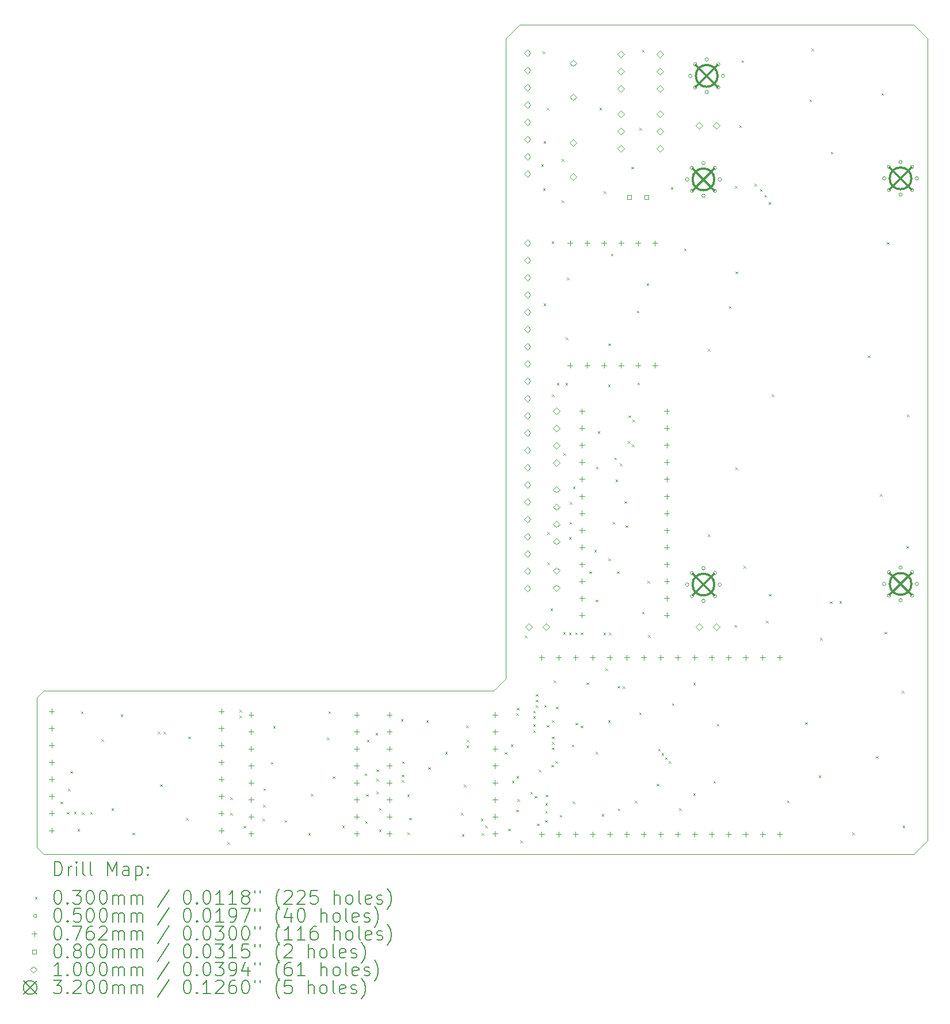
<source format=gbr>
%TF.GenerationSoftware,KiCad,Pcbnew,8.0.8-8.0.8-0~ubuntu22.04.1*%
%TF.CreationDate,2025-02-11T23:42:32+01:00*%
%TF.ProjectId,aovv_rev_0,616f7676-5f72-4657-965f-302e6b696361,rev?*%
%TF.SameCoordinates,Original*%
%TF.FileFunction,Drillmap*%
%TF.FilePolarity,Positive*%
%FSLAX45Y45*%
G04 Gerber Fmt 4.5, Leading zero omitted, Abs format (unit mm)*
G04 Created by KiCad (PCBNEW 8.0.8-8.0.8-0~ubuntu22.04.1) date 2025-02-11 23:42:32*
%MOMM*%
%LPD*%
G01*
G04 APERTURE LIST*
%ADD10C,0.050000*%
%ADD11C,0.200000*%
%ADD12C,0.100000*%
%ADD13C,0.320000*%
G04 APERTURE END LIST*
D10*
X15500000Y-3900000D02*
X19900000Y-3900000D01*
X21500000Y-15700000D02*
X21500000Y-15900000D01*
X21500000Y-15900000D02*
X21300000Y-16100000D01*
X21500000Y-4100000D02*
X21300000Y-3900000D01*
X21300000Y-3900000D02*
X19900000Y-3900000D01*
X8400000Y-13800000D02*
X8500000Y-13700000D01*
X8400000Y-16000000D02*
X8400000Y-13800000D01*
X15120000Y-13700000D02*
X8500000Y-13700000D01*
X8500000Y-16100000D02*
X8400000Y-16000000D01*
X21300000Y-16100000D02*
X8500000Y-16100000D01*
X15300000Y-4100000D02*
X15300000Y-13500000D01*
X21500000Y-4100000D02*
X21500000Y-15700000D01*
X15300000Y-4100000D02*
X15500000Y-3900000D01*
X15120000Y-13700000D02*
X15300000Y-13520000D01*
X15300000Y-13500000D02*
X15300000Y-13520000D01*
D11*
D12*
X8745000Y-15330000D02*
X8775000Y-15360000D01*
X8775000Y-15330000D02*
X8745000Y-15360000D01*
X8840200Y-15482021D02*
X8870200Y-15512021D01*
X8870200Y-15482021D02*
X8840200Y-15512021D01*
X8855000Y-15140000D02*
X8885000Y-15170000D01*
X8885000Y-15140000D02*
X8855000Y-15170000D01*
X8890000Y-14880000D02*
X8920000Y-14910000D01*
X8920000Y-14880000D02*
X8890000Y-14910000D01*
X8944347Y-15477577D02*
X8974347Y-15507577D01*
X8974347Y-15477577D02*
X8944347Y-15507577D01*
X8995000Y-15730000D02*
X9025000Y-15760000D01*
X9025000Y-15730000D02*
X8995000Y-15760000D01*
X9045000Y-14000000D02*
X9075000Y-14030000D01*
X9075000Y-14000000D02*
X9045000Y-14030000D01*
X9060000Y-15485000D02*
X9090000Y-15515000D01*
X9090000Y-15485000D02*
X9060000Y-15515000D01*
X9180000Y-15480000D02*
X9210000Y-15510000D01*
X9210000Y-15480000D02*
X9180000Y-15510000D01*
X9345000Y-14410000D02*
X9375000Y-14440000D01*
X9375000Y-14410000D02*
X9345000Y-14440000D01*
X9495000Y-15425000D02*
X9525000Y-15455000D01*
X9525000Y-15425000D02*
X9495000Y-15455000D01*
X9630000Y-14045000D02*
X9660000Y-14075000D01*
X9660000Y-14045000D02*
X9630000Y-14075000D01*
X9805000Y-15785000D02*
X9835000Y-15815000D01*
X9835000Y-15785000D02*
X9805000Y-15815000D01*
X10175000Y-14300000D02*
X10205000Y-14330000D01*
X10205000Y-14300000D02*
X10175000Y-14330000D01*
X10210000Y-15075000D02*
X10240000Y-15105000D01*
X10240000Y-15075000D02*
X10210000Y-15105000D01*
X10263315Y-14300000D02*
X10293315Y-14330000D01*
X10293315Y-14300000D02*
X10263315Y-14330000D01*
X10590000Y-15570000D02*
X10620000Y-15600000D01*
X10620000Y-15570000D02*
X10590000Y-15600000D01*
X10625000Y-14370000D02*
X10655000Y-14400000D01*
X10655000Y-14370000D02*
X10625000Y-14400000D01*
X11200000Y-15925000D02*
X11230000Y-15955000D01*
X11230000Y-15925000D02*
X11200000Y-15955000D01*
X11241970Y-15491970D02*
X11271970Y-15521970D01*
X11271970Y-15491970D02*
X11241970Y-15521970D01*
X11245000Y-15265000D02*
X11275000Y-15295000D01*
X11275000Y-15265000D02*
X11245000Y-15295000D01*
X11377500Y-13977500D02*
X11407500Y-14007500D01*
X11407500Y-13977500D02*
X11377500Y-14007500D01*
X11377500Y-14062500D02*
X11407500Y-14092500D01*
X11407500Y-14062500D02*
X11377500Y-14092500D01*
X11440000Y-15685000D02*
X11470000Y-15715000D01*
X11470000Y-15685000D02*
X11440000Y-15715000D01*
X11715000Y-15580000D02*
X11745000Y-15610000D01*
X11745000Y-15580000D02*
X11715000Y-15610000D01*
X11725000Y-15375000D02*
X11755000Y-15405000D01*
X11755000Y-15375000D02*
X11725000Y-15405000D01*
X11730000Y-15135000D02*
X11760000Y-15165000D01*
X11760000Y-15135000D02*
X11730000Y-15165000D01*
X11840000Y-14745000D02*
X11870000Y-14775000D01*
X11870000Y-14745000D02*
X11840000Y-14775000D01*
X11875000Y-14215000D02*
X11905000Y-14245000D01*
X11905000Y-14215000D02*
X11875000Y-14245000D01*
X12045000Y-15600000D02*
X12075000Y-15630000D01*
X12075000Y-15600000D02*
X12045000Y-15630000D01*
X12390000Y-15790000D02*
X12420000Y-15820000D01*
X12420000Y-15790000D02*
X12390000Y-15820000D01*
X12430000Y-15215000D02*
X12460000Y-15245000D01*
X12460000Y-15215000D02*
X12430000Y-15245000D01*
X12665000Y-14385000D02*
X12695000Y-14415000D01*
X12695000Y-14385000D02*
X12665000Y-14415000D01*
X12685000Y-14000000D02*
X12715000Y-14030000D01*
X12715000Y-14000000D02*
X12685000Y-14030000D01*
X12750000Y-14955000D02*
X12780000Y-14985000D01*
X12780000Y-14955000D02*
X12750000Y-14985000D01*
X12890000Y-15678800D02*
X12920000Y-15708800D01*
X12920000Y-15678800D02*
X12890000Y-15708800D01*
X13220000Y-14915000D02*
X13250000Y-14945000D01*
X13250000Y-14915000D02*
X13220000Y-14945000D01*
X13230000Y-15615000D02*
X13260000Y-15645000D01*
X13260000Y-15615000D02*
X13230000Y-15645000D01*
X13240000Y-15220000D02*
X13270000Y-15250000D01*
X13270000Y-15220000D02*
X13240000Y-15250000D01*
X13255000Y-14420000D02*
X13285000Y-14450000D01*
X13285000Y-14420000D02*
X13255000Y-14450000D01*
X13380000Y-14315000D02*
X13410000Y-14345000D01*
X13410000Y-14315000D02*
X13380000Y-14345000D01*
X13395000Y-14852500D02*
X13425000Y-14882500D01*
X13425000Y-14852500D02*
X13395000Y-14882500D01*
X13395000Y-14992500D02*
X13425000Y-15022500D01*
X13425000Y-14992500D02*
X13395000Y-15022500D01*
X13395000Y-15180000D02*
X13425000Y-15210000D01*
X13425000Y-15180000D02*
X13395000Y-15210000D01*
X13430000Y-15420000D02*
X13460000Y-15450000D01*
X13460000Y-15420000D02*
X13430000Y-15450000D01*
X13430000Y-15740000D02*
X13460000Y-15770000D01*
X13460000Y-15740000D02*
X13430000Y-15770000D01*
X13755000Y-14115000D02*
X13785000Y-14145000D01*
X13785000Y-14115000D02*
X13755000Y-14145000D01*
X13765000Y-14930000D02*
X13795000Y-14960000D01*
X13795000Y-14930000D02*
X13765000Y-14960000D01*
X13765000Y-15010000D02*
X13795000Y-15040000D01*
X13795000Y-15010000D02*
X13765000Y-15040000D01*
X13770000Y-14735000D02*
X13800000Y-14765000D01*
X13800000Y-14735000D02*
X13770000Y-14765000D01*
X13845551Y-15224448D02*
X13875551Y-15254448D01*
X13875551Y-15224448D02*
X13845551Y-15254448D01*
X13850000Y-15780000D02*
X13880000Y-15810000D01*
X13880000Y-15780000D02*
X13850000Y-15810000D01*
X13875000Y-15565000D02*
X13905000Y-15595000D01*
X13905000Y-15565000D02*
X13875000Y-15595000D01*
X14125000Y-14130000D02*
X14155000Y-14160000D01*
X14155000Y-14130000D02*
X14125000Y-14160000D01*
X14155000Y-14820000D02*
X14185000Y-14850000D01*
X14185000Y-14820000D02*
X14155000Y-14850000D01*
X14405000Y-14595000D02*
X14435000Y-14625000D01*
X14435000Y-14595000D02*
X14405000Y-14625000D01*
X14640000Y-15495000D02*
X14670000Y-15525000D01*
X14670000Y-15495000D02*
X14640000Y-15525000D01*
X14650000Y-15805000D02*
X14680000Y-15835000D01*
X14680000Y-15805000D02*
X14650000Y-15835000D01*
X14680000Y-15080000D02*
X14710000Y-15110000D01*
X14710000Y-15080000D02*
X14680000Y-15110000D01*
X14715000Y-14205000D02*
X14745000Y-14235000D01*
X14745000Y-14205000D02*
X14715000Y-14235000D01*
X14720000Y-14505000D02*
X14750000Y-14535000D01*
X14750000Y-14505000D02*
X14720000Y-14535000D01*
X14725000Y-14420000D02*
X14755000Y-14450000D01*
X14755000Y-14420000D02*
X14725000Y-14450000D01*
X14930000Y-15580000D02*
X14960000Y-15610000D01*
X14960000Y-15580000D02*
X14930000Y-15610000D01*
X14945000Y-15790000D02*
X14975000Y-15820000D01*
X14975000Y-15790000D02*
X14945000Y-15820000D01*
X14995000Y-15680000D02*
X15025000Y-15710000D01*
X15025000Y-15680000D02*
X14995000Y-15710000D01*
X15280000Y-14600000D02*
X15310000Y-14630000D01*
X15310000Y-14600000D02*
X15280000Y-14630000D01*
X15331789Y-15726789D02*
X15361789Y-15756789D01*
X15361789Y-15726789D02*
X15331789Y-15756789D01*
X15370000Y-14485000D02*
X15400000Y-14515000D01*
X15400000Y-14485000D02*
X15370000Y-14515000D01*
X15388505Y-15018505D02*
X15418505Y-15048505D01*
X15418505Y-15018505D02*
X15388505Y-15048505D01*
X15450000Y-15445000D02*
X15480000Y-15475000D01*
X15480000Y-15445000D02*
X15450000Y-15475000D01*
X15452500Y-14027500D02*
X15482500Y-14057500D01*
X15482500Y-14027500D02*
X15452500Y-14057500D01*
X15453505Y-14953505D02*
X15483505Y-14983505D01*
X15483505Y-14953505D02*
X15453505Y-14983505D01*
X15460000Y-13947852D02*
X15490000Y-13977852D01*
X15490000Y-13947852D02*
X15460000Y-13977852D01*
X15470000Y-15290000D02*
X15500000Y-15320000D01*
X15500000Y-15290000D02*
X15470000Y-15320000D01*
X15510000Y-15900000D02*
X15540000Y-15930000D01*
X15540000Y-15900000D02*
X15510000Y-15930000D01*
X15580000Y-12885000D02*
X15610000Y-12915000D01*
X15610000Y-12885000D02*
X15580000Y-12915000D01*
X15659926Y-15184926D02*
X15689926Y-15214926D01*
X15689926Y-15184926D02*
X15659926Y-15214926D01*
X15700000Y-13990000D02*
X15730000Y-14020000D01*
X15730000Y-13990000D02*
X15700000Y-14020000D01*
X15700000Y-14070000D02*
X15730000Y-14100000D01*
X15730000Y-14070000D02*
X15700000Y-14100000D01*
X15700000Y-14190000D02*
X15730000Y-14220000D01*
X15730000Y-14190000D02*
X15700000Y-14220000D01*
X15700000Y-14280000D02*
X15730000Y-14310000D01*
X15730000Y-14280000D02*
X15700000Y-14310000D01*
X15720000Y-15244241D02*
X15750000Y-15274241D01*
X15750000Y-15244241D02*
X15720000Y-15274241D01*
X15740000Y-13745000D02*
X15770000Y-13775000D01*
X15770000Y-13745000D02*
X15740000Y-13775000D01*
X15740000Y-13830000D02*
X15770000Y-13860000D01*
X15770000Y-13830000D02*
X15740000Y-13860000D01*
X15740000Y-13910000D02*
X15770000Y-13940000D01*
X15770000Y-13910000D02*
X15740000Y-13940000D01*
X15755000Y-15650000D02*
X15785000Y-15680000D01*
X15785000Y-15650000D02*
X15755000Y-15680000D01*
X15780000Y-14860000D02*
X15810000Y-14890000D01*
X15810000Y-14860000D02*
X15780000Y-14890000D01*
X15820000Y-5950000D02*
X15850000Y-5980000D01*
X15850000Y-5950000D02*
X15820000Y-5980000D01*
X15840000Y-4290000D02*
X15870000Y-4320000D01*
X15870000Y-4290000D02*
X15840000Y-4320000D01*
X15845000Y-6305000D02*
X15875000Y-6335000D01*
X15875000Y-6305000D02*
X15845000Y-6335000D01*
X15855000Y-5615000D02*
X15885000Y-5645000D01*
X15885000Y-5615000D02*
X15855000Y-5645000D01*
X15855000Y-8000000D02*
X15885000Y-8030000D01*
X15885000Y-8000000D02*
X15855000Y-8030000D01*
X15860000Y-13905000D02*
X15890000Y-13935000D01*
X15890000Y-13905000D02*
X15860000Y-13935000D01*
X15873578Y-15600000D02*
X15903578Y-15630000D01*
X15903578Y-15600000D02*
X15873578Y-15630000D01*
X15878211Y-15463211D02*
X15908211Y-15493211D01*
X15908211Y-15463211D02*
X15878211Y-15493211D01*
X15880000Y-15350000D02*
X15910000Y-15380000D01*
X15910000Y-15350000D02*
X15880000Y-15380000D01*
X15885000Y-15225000D02*
X15915000Y-15255000D01*
X15915000Y-15225000D02*
X15885000Y-15255000D01*
X15900000Y-5120000D02*
X15930000Y-5150000D01*
X15930000Y-5120000D02*
X15900000Y-5150000D01*
X15900000Y-14203985D02*
X15930000Y-14233985D01*
X15930000Y-14203985D02*
X15900000Y-14233985D01*
X15910000Y-11360000D02*
X15940000Y-11390000D01*
X15940000Y-11360000D02*
X15910000Y-11390000D01*
X15910000Y-11810000D02*
X15940000Y-11840000D01*
X15940000Y-11810000D02*
X15910000Y-11840000D01*
X15955000Y-12490000D02*
X15985000Y-12520000D01*
X15985000Y-12490000D02*
X15955000Y-12520000D01*
X15969631Y-14787292D02*
X15999631Y-14817292D01*
X15999631Y-14787292D02*
X15969631Y-14817292D01*
X15970000Y-7085000D02*
X16000000Y-7115000D01*
X16000000Y-7085000D02*
X15970000Y-7115000D01*
X15975000Y-9340000D02*
X16005000Y-9370000D01*
X16005000Y-9340000D02*
X15975000Y-9370000D01*
X15976200Y-14130000D02*
X16006200Y-14160000D01*
X16006200Y-14130000D02*
X15976200Y-14160000D01*
X15976200Y-14371054D02*
X16006200Y-14401054D01*
X16006200Y-14371054D02*
X15976200Y-14401054D01*
X15976200Y-14451054D02*
X16006200Y-14481054D01*
X16006200Y-14451054D02*
X15976200Y-14481054D01*
X15976200Y-14531055D02*
X16006200Y-14561055D01*
X16006200Y-14531055D02*
X15976200Y-14561055D01*
X16000000Y-13545000D02*
X16030000Y-13575000D01*
X16030000Y-13545000D02*
X16000000Y-13575000D01*
X16026200Y-14730724D02*
X16056200Y-14760724D01*
X16056200Y-14730724D02*
X16026200Y-14760724D01*
X16035000Y-13930000D02*
X16065000Y-13960000D01*
X16065000Y-13930000D02*
X16035000Y-13960000D01*
X16047711Y-9170000D02*
X16077711Y-9200000D01*
X16077711Y-9170000D02*
X16047711Y-9200000D01*
X16090000Y-15525000D02*
X16120000Y-15555000D01*
X16120000Y-15525000D02*
X16090000Y-15555000D01*
X16120000Y-5875000D02*
X16150000Y-5905000D01*
X16150000Y-5875000D02*
X16120000Y-5905000D01*
X16120000Y-6485000D02*
X16150000Y-6515000D01*
X16150000Y-6485000D02*
X16120000Y-6515000D01*
X16140000Y-12835000D02*
X16170000Y-12865000D01*
X16170000Y-12835000D02*
X16140000Y-12865000D01*
X16145000Y-10200000D02*
X16175000Y-10230000D01*
X16175000Y-10200000D02*
X16145000Y-10230000D01*
X16175000Y-9170000D02*
X16205000Y-9200000D01*
X16205000Y-9170000D02*
X16175000Y-9200000D01*
X16180000Y-8500000D02*
X16210000Y-8530000D01*
X16210000Y-8500000D02*
X16180000Y-8530000D01*
X16195000Y-7620000D02*
X16225000Y-7650000D01*
X16225000Y-7620000D02*
X16195000Y-7650000D01*
X16226190Y-12841252D02*
X16256190Y-12871252D01*
X16256190Y-12841252D02*
X16226190Y-12871252D01*
X16226292Y-11437903D02*
X16256292Y-11467903D01*
X16256292Y-11437903D02*
X16226292Y-11467903D01*
X16233800Y-11215000D02*
X16263800Y-11245000D01*
X16263800Y-11215000D02*
X16233800Y-11245000D01*
X16240000Y-10920000D02*
X16270000Y-10950000D01*
X16270000Y-10920000D02*
X16240000Y-10950000D01*
X16268462Y-14488462D02*
X16298462Y-14518462D01*
X16298462Y-14488462D02*
X16268462Y-14518462D01*
X16280000Y-15325000D02*
X16310000Y-15355000D01*
X16310000Y-15325000D02*
X16280000Y-15355000D01*
X16285000Y-10695000D02*
X16315000Y-10725000D01*
X16315000Y-10695000D02*
X16285000Y-10725000D01*
X16320000Y-12840000D02*
X16350000Y-12870000D01*
X16350000Y-12840000D02*
X16320000Y-12870000D01*
X16325000Y-14170000D02*
X16355000Y-14200000D01*
X16355000Y-14170000D02*
X16325000Y-14200000D01*
X16400000Y-12840000D02*
X16430000Y-12870000D01*
X16430000Y-12840000D02*
X16400000Y-12870000D01*
X16401180Y-14210000D02*
X16431180Y-14240000D01*
X16431180Y-14210000D02*
X16401180Y-14240000D01*
X16485000Y-13575000D02*
X16515000Y-13605000D01*
X16515000Y-13575000D02*
X16485000Y-13605000D01*
X16525000Y-11940000D02*
X16555000Y-11970000D01*
X16555000Y-11940000D02*
X16525000Y-11970000D01*
X16600000Y-11625000D02*
X16630000Y-11655000D01*
X16630000Y-11625000D02*
X16600000Y-11655000D01*
X16620000Y-12355000D02*
X16650000Y-12385000D01*
X16650000Y-12355000D02*
X16620000Y-12385000D01*
X16620000Y-14595000D02*
X16650000Y-14625000D01*
X16650000Y-14595000D02*
X16620000Y-14625000D01*
X16625000Y-10400000D02*
X16655000Y-10430000D01*
X16655000Y-10400000D02*
X16625000Y-10430000D01*
X16650000Y-9880000D02*
X16680000Y-9910000D01*
X16680000Y-9880000D02*
X16650000Y-9910000D01*
X16675000Y-5120000D02*
X16705000Y-5150000D01*
X16705000Y-5120000D02*
X16675000Y-5150000D01*
X16710000Y-15510000D02*
X16740000Y-15540000D01*
X16740000Y-15510000D02*
X16710000Y-15540000D01*
X16735000Y-12845000D02*
X16765000Y-12875000D01*
X16765000Y-12845000D02*
X16735000Y-12875000D01*
X16740000Y-6350000D02*
X16770000Y-6380000D01*
X16770000Y-6350000D02*
X16740000Y-6380000D01*
X16763800Y-13370000D02*
X16793800Y-13400000D01*
X16793800Y-13370000D02*
X16763800Y-13400000D01*
X16800000Y-9195000D02*
X16830000Y-9225000D01*
X16830000Y-9195000D02*
X16800000Y-9225000D01*
X16800699Y-14130000D02*
X16830699Y-14160000D01*
X16830699Y-14130000D02*
X16800699Y-14160000D01*
X16805000Y-8590000D02*
X16835000Y-8620000D01*
X16835000Y-8590000D02*
X16805000Y-8620000D01*
X16805000Y-11752500D02*
X16835000Y-11782500D01*
X16835000Y-11752500D02*
X16805000Y-11782500D01*
X16815000Y-12845000D02*
X16845000Y-12875000D01*
X16845000Y-12845000D02*
X16815000Y-12875000D01*
X16845000Y-7270000D02*
X16875000Y-7300000D01*
X16875000Y-7270000D02*
X16845000Y-7300000D01*
X16870000Y-11215000D02*
X16900000Y-11245000D01*
X16900000Y-11215000D02*
X16870000Y-11245000D01*
X16895000Y-10265000D02*
X16925000Y-10295000D01*
X16925000Y-10265000D02*
X16895000Y-10295000D01*
X16910699Y-10589449D02*
X16940699Y-10619449D01*
X16940699Y-10589449D02*
X16910699Y-10619449D01*
X16935000Y-11940000D02*
X16965000Y-11970000D01*
X16965000Y-11940000D02*
X16935000Y-11970000D01*
X16940000Y-13625000D02*
X16970000Y-13655000D01*
X16970000Y-13625000D02*
X16940000Y-13655000D01*
X16945000Y-15430000D02*
X16975000Y-15460000D01*
X16975000Y-15430000D02*
X16945000Y-15460000D01*
X16976250Y-10355000D02*
X17006250Y-10385000D01*
X17006250Y-10355000D02*
X16976250Y-10385000D01*
X17019635Y-13632638D02*
X17049635Y-13662638D01*
X17049635Y-13632638D02*
X17019635Y-13662638D01*
X17045000Y-10910000D02*
X17075000Y-10940000D01*
X17075000Y-10910000D02*
X17045000Y-10940000D01*
X17060000Y-11265000D02*
X17090000Y-11295000D01*
X17090000Y-11265000D02*
X17060000Y-11295000D01*
X17091852Y-10025885D02*
X17121852Y-10055885D01*
X17121852Y-10025885D02*
X17091852Y-10055885D01*
X17100000Y-9648542D02*
X17130000Y-9678542D01*
X17130000Y-9648542D02*
X17100000Y-9678542D01*
X17145000Y-5990000D02*
X17175000Y-6020000D01*
X17175000Y-5990000D02*
X17145000Y-6020000D01*
X17155000Y-10075000D02*
X17185000Y-10105000D01*
X17185000Y-10075000D02*
X17155000Y-10105000D01*
X17160000Y-9710000D02*
X17190000Y-9740000D01*
X17190000Y-9710000D02*
X17160000Y-9740000D01*
X17195000Y-15315000D02*
X17225000Y-15345000D01*
X17225000Y-15315000D02*
X17195000Y-15345000D01*
X17225000Y-8105000D02*
X17255000Y-8135000D01*
X17255000Y-8105000D02*
X17225000Y-8135000D01*
X17235000Y-9165000D02*
X17265000Y-9195000D01*
X17265000Y-9165000D02*
X17235000Y-9195000D01*
X17260000Y-14015000D02*
X17290000Y-14045000D01*
X17290000Y-14015000D02*
X17260000Y-14045000D01*
X17265000Y-5420000D02*
X17295000Y-5450000D01*
X17295000Y-5420000D02*
X17265000Y-5450000D01*
X17300000Y-4270000D02*
X17330000Y-4300000D01*
X17330000Y-4270000D02*
X17300000Y-4300000D01*
X17300000Y-12535000D02*
X17330000Y-12565000D01*
X17330000Y-12535000D02*
X17300000Y-12565000D01*
X17370000Y-7705000D02*
X17400000Y-7735000D01*
X17400000Y-7705000D02*
X17370000Y-7735000D01*
X17380000Y-12080000D02*
X17410000Y-12110000D01*
X17410000Y-12080000D02*
X17380000Y-12110000D01*
X17390000Y-12875000D02*
X17420000Y-12905000D01*
X17420000Y-12875000D02*
X17390000Y-12905000D01*
X17515000Y-15065000D02*
X17545000Y-15095000D01*
X17545000Y-15065000D02*
X17515000Y-15095000D01*
X17539302Y-14549301D02*
X17569302Y-14579301D01*
X17569302Y-14549301D02*
X17539302Y-14579301D01*
X17590654Y-14610645D02*
X17620654Y-14640645D01*
X17620654Y-14610645D02*
X17590654Y-14640645D01*
X17638786Y-14674546D02*
X17668786Y-14704546D01*
X17668786Y-14674546D02*
X17638786Y-14704546D01*
X17695355Y-14731114D02*
X17725355Y-14761114D01*
X17725355Y-14731114D02*
X17695355Y-14761114D01*
X17725000Y-6290000D02*
X17755000Y-6320000D01*
X17755000Y-6290000D02*
X17725000Y-6320000D01*
X17740000Y-13880000D02*
X17770000Y-13910000D01*
X17770000Y-13880000D02*
X17740000Y-13910000D01*
X17845000Y-15425000D02*
X17875000Y-15455000D01*
X17875000Y-15425000D02*
X17845000Y-15455000D01*
X17920000Y-7190000D02*
X17950000Y-7220000D01*
X17950000Y-7190000D02*
X17920000Y-7220000D01*
X18055000Y-13580000D02*
X18085000Y-13610000D01*
X18085000Y-13580000D02*
X18055000Y-13610000D01*
X18055552Y-15204448D02*
X18085552Y-15234448D01*
X18085552Y-15204448D02*
X18055552Y-15234448D01*
X18270000Y-8670000D02*
X18300000Y-8700000D01*
X18300000Y-8670000D02*
X18270000Y-8700000D01*
X18270000Y-11395000D02*
X18300000Y-11425000D01*
X18300000Y-11395000D02*
X18270000Y-11425000D01*
X18350000Y-15025000D02*
X18380000Y-15055000D01*
X18380000Y-15025000D02*
X18350000Y-15055000D01*
X18400000Y-14185000D02*
X18430000Y-14215000D01*
X18430000Y-14185000D02*
X18400000Y-14215000D01*
X18580000Y-8040000D02*
X18610000Y-8070000D01*
X18610000Y-8040000D02*
X18580000Y-8070000D01*
X18665000Y-12730000D02*
X18695000Y-12760000D01*
X18695000Y-12730000D02*
X18665000Y-12760000D01*
X18670000Y-6275000D02*
X18700000Y-6305000D01*
X18700000Y-6275000D02*
X18670000Y-6305000D01*
X18675000Y-7530000D02*
X18705000Y-7560000D01*
X18705000Y-7530000D02*
X18675000Y-7560000D01*
X18675000Y-10415000D02*
X18705000Y-10445000D01*
X18705000Y-10415000D02*
X18675000Y-10445000D01*
X18730000Y-5380000D02*
X18760000Y-5410000D01*
X18760000Y-5380000D02*
X18730000Y-5410000D01*
X18765000Y-4425000D02*
X18795000Y-4455000D01*
X18795000Y-4425000D02*
X18765000Y-4455000D01*
X18795000Y-11860000D02*
X18825000Y-11890000D01*
X18825000Y-11860000D02*
X18795000Y-11890000D01*
X18957500Y-6237500D02*
X18987500Y-6267500D01*
X18987500Y-6237500D02*
X18957500Y-6267500D01*
X19035000Y-6320000D02*
X19065000Y-6350000D01*
X19065000Y-6320000D02*
X19035000Y-6350000D01*
X19105000Y-6405000D02*
X19135000Y-6435000D01*
X19135000Y-6405000D02*
X19105000Y-6435000D01*
X19125000Y-12665000D02*
X19155000Y-12695000D01*
X19155000Y-12665000D02*
X19125000Y-12695000D01*
X19165000Y-6510000D02*
X19195000Y-6540000D01*
X19195000Y-6510000D02*
X19165000Y-6540000D01*
X19170000Y-12270000D02*
X19200000Y-12300000D01*
X19200000Y-12270000D02*
X19170000Y-12300000D01*
X19210000Y-9340000D02*
X19240000Y-9370000D01*
X19240000Y-9340000D02*
X19210000Y-9370000D01*
X19435000Y-15310000D02*
X19465000Y-15340000D01*
X19465000Y-15310000D02*
X19435000Y-15340000D01*
X19700000Y-14160000D02*
X19730000Y-14190000D01*
X19730000Y-14160000D02*
X19700000Y-14190000D01*
X19765000Y-5000000D02*
X19795000Y-5030000D01*
X19795000Y-5000000D02*
X19765000Y-5030000D01*
X19795000Y-4250000D02*
X19825000Y-4280000D01*
X19825000Y-4250000D02*
X19795000Y-4280000D01*
X19900000Y-14945000D02*
X19930000Y-14975000D01*
X19930000Y-14945000D02*
X19900000Y-14975000D01*
X19920000Y-12920000D02*
X19950000Y-12950000D01*
X19950000Y-12920000D02*
X19920000Y-12950000D01*
X20065000Y-12382500D02*
X20095000Y-12412500D01*
X20095000Y-12382500D02*
X20065000Y-12412500D01*
X20080000Y-5770000D02*
X20110000Y-5800000D01*
X20110000Y-5770000D02*
X20080000Y-5800000D01*
X20205000Y-12380000D02*
X20235000Y-12410000D01*
X20235000Y-12380000D02*
X20205000Y-12410000D01*
X20395000Y-15780000D02*
X20425000Y-15810000D01*
X20425000Y-15780000D02*
X20395000Y-15810000D01*
X20625000Y-8765000D02*
X20655000Y-8795000D01*
X20655000Y-8765000D02*
X20625000Y-8795000D01*
X20745000Y-14660000D02*
X20775000Y-14690000D01*
X20775000Y-14660000D02*
X20745000Y-14690000D01*
X20800000Y-10805000D02*
X20830000Y-10835000D01*
X20830000Y-10805000D02*
X20800000Y-10835000D01*
X20825000Y-4905000D02*
X20855000Y-4935000D01*
X20855000Y-4905000D02*
X20825000Y-4935000D01*
X20870000Y-12830000D02*
X20900000Y-12860000D01*
X20900000Y-12830000D02*
X20870000Y-12860000D01*
X20905000Y-7100000D02*
X20935000Y-7130000D01*
X20935000Y-7100000D02*
X20905000Y-7130000D01*
X21125000Y-13700000D02*
X21155000Y-13730000D01*
X21155000Y-13700000D02*
X21125000Y-13730000D01*
X21135000Y-15680000D02*
X21165000Y-15710000D01*
X21165000Y-15680000D02*
X21135000Y-15710000D01*
X21190000Y-11570000D02*
X21220000Y-11600000D01*
X21220000Y-11570000D02*
X21190000Y-11600000D01*
X21200000Y-9635000D02*
X21230000Y-9665000D01*
X21230000Y-9635000D02*
X21200000Y-9665000D01*
X17990000Y-6175589D02*
G75*
G02*
X17940000Y-6175589I-25000J0D01*
G01*
X17940000Y-6175589D02*
G75*
G02*
X17990000Y-6175589I25000J0D01*
G01*
X17990000Y-12135000D02*
G75*
G02*
X17940000Y-12135000I-25000J0D01*
G01*
X17940000Y-12135000D02*
G75*
G02*
X17990000Y-12135000I25000J0D01*
G01*
X18038000Y-4652000D02*
G75*
G02*
X17988000Y-4652000I-25000J0D01*
G01*
X17988000Y-4652000D02*
G75*
G02*
X18038000Y-4652000I25000J0D01*
G01*
X18060294Y-6005883D02*
G75*
G02*
X18010294Y-6005883I-25000J0D01*
G01*
X18010294Y-6005883D02*
G75*
G02*
X18060294Y-6005883I25000J0D01*
G01*
X18060294Y-6345294D02*
G75*
G02*
X18010294Y-6345294I-25000J0D01*
G01*
X18010294Y-6345294D02*
G75*
G02*
X18060294Y-6345294I25000J0D01*
G01*
X18060294Y-11965294D02*
G75*
G02*
X18010294Y-11965294I-25000J0D01*
G01*
X18010294Y-11965294D02*
G75*
G02*
X18060294Y-11965294I25000J0D01*
G01*
X18060294Y-12304706D02*
G75*
G02*
X18010294Y-12304706I-25000J0D01*
G01*
X18010294Y-12304706D02*
G75*
G02*
X18060294Y-12304706I25000J0D01*
G01*
X18108294Y-4482294D02*
G75*
G02*
X18058294Y-4482294I-25000J0D01*
G01*
X18058294Y-4482294D02*
G75*
G02*
X18108294Y-4482294I25000J0D01*
G01*
X18108294Y-4821706D02*
G75*
G02*
X18058294Y-4821706I-25000J0D01*
G01*
X18058294Y-4821706D02*
G75*
G02*
X18108294Y-4821706I25000J0D01*
G01*
X18230000Y-5935589D02*
G75*
G02*
X18180000Y-5935589I-25000J0D01*
G01*
X18180000Y-5935589D02*
G75*
G02*
X18230000Y-5935589I25000J0D01*
G01*
X18230000Y-6415589D02*
G75*
G02*
X18180000Y-6415589I-25000J0D01*
G01*
X18180000Y-6415589D02*
G75*
G02*
X18230000Y-6415589I25000J0D01*
G01*
X18230000Y-11895000D02*
G75*
G02*
X18180000Y-11895000I-25000J0D01*
G01*
X18180000Y-11895000D02*
G75*
G02*
X18230000Y-11895000I25000J0D01*
G01*
X18230000Y-12375000D02*
G75*
G02*
X18180000Y-12375000I-25000J0D01*
G01*
X18180000Y-12375000D02*
G75*
G02*
X18230000Y-12375000I25000J0D01*
G01*
X18278000Y-4412000D02*
G75*
G02*
X18228000Y-4412000I-25000J0D01*
G01*
X18228000Y-4412000D02*
G75*
G02*
X18278000Y-4412000I25000J0D01*
G01*
X18278000Y-4892000D02*
G75*
G02*
X18228000Y-4892000I-25000J0D01*
G01*
X18228000Y-4892000D02*
G75*
G02*
X18278000Y-4892000I25000J0D01*
G01*
X18399706Y-6005883D02*
G75*
G02*
X18349706Y-6005883I-25000J0D01*
G01*
X18349706Y-6005883D02*
G75*
G02*
X18399706Y-6005883I25000J0D01*
G01*
X18399706Y-6345294D02*
G75*
G02*
X18349706Y-6345294I-25000J0D01*
G01*
X18349706Y-6345294D02*
G75*
G02*
X18399706Y-6345294I25000J0D01*
G01*
X18399706Y-11965294D02*
G75*
G02*
X18349706Y-11965294I-25000J0D01*
G01*
X18349706Y-11965294D02*
G75*
G02*
X18399706Y-11965294I25000J0D01*
G01*
X18399706Y-12304706D02*
G75*
G02*
X18349706Y-12304706I-25000J0D01*
G01*
X18349706Y-12304706D02*
G75*
G02*
X18399706Y-12304706I25000J0D01*
G01*
X18447706Y-4482294D02*
G75*
G02*
X18397706Y-4482294I-25000J0D01*
G01*
X18397706Y-4482294D02*
G75*
G02*
X18447706Y-4482294I25000J0D01*
G01*
X18447706Y-4821706D02*
G75*
G02*
X18397706Y-4821706I-25000J0D01*
G01*
X18397706Y-4821706D02*
G75*
G02*
X18447706Y-4821706I25000J0D01*
G01*
X18470000Y-6175589D02*
G75*
G02*
X18420000Y-6175589I-25000J0D01*
G01*
X18420000Y-6175589D02*
G75*
G02*
X18470000Y-6175589I25000J0D01*
G01*
X18470000Y-12135000D02*
G75*
G02*
X18420000Y-12135000I-25000J0D01*
G01*
X18420000Y-12135000D02*
G75*
G02*
X18470000Y-12135000I25000J0D01*
G01*
X18518000Y-4652000D02*
G75*
G02*
X18468000Y-4652000I-25000J0D01*
G01*
X18468000Y-4652000D02*
G75*
G02*
X18518000Y-4652000I25000J0D01*
G01*
X20890000Y-6160000D02*
G75*
G02*
X20840000Y-6160000I-25000J0D01*
G01*
X20840000Y-6160000D02*
G75*
G02*
X20890000Y-6160000I25000J0D01*
G01*
X20890294Y-12125294D02*
G75*
G02*
X20840294Y-12125294I-25000J0D01*
G01*
X20840294Y-12125294D02*
G75*
G02*
X20890294Y-12125294I25000J0D01*
G01*
X20960294Y-5990294D02*
G75*
G02*
X20910294Y-5990294I-25000J0D01*
G01*
X20910294Y-5990294D02*
G75*
G02*
X20960294Y-5990294I25000J0D01*
G01*
X20960294Y-6329706D02*
G75*
G02*
X20910294Y-6329706I-25000J0D01*
G01*
X20910294Y-6329706D02*
G75*
G02*
X20960294Y-6329706I25000J0D01*
G01*
X20960589Y-11955589D02*
G75*
G02*
X20910589Y-11955589I-25000J0D01*
G01*
X20910589Y-11955589D02*
G75*
G02*
X20960589Y-11955589I25000J0D01*
G01*
X20960589Y-12295000D02*
G75*
G02*
X20910589Y-12295000I-25000J0D01*
G01*
X20910589Y-12295000D02*
G75*
G02*
X20960589Y-12295000I25000J0D01*
G01*
X21130000Y-5920000D02*
G75*
G02*
X21080000Y-5920000I-25000J0D01*
G01*
X21080000Y-5920000D02*
G75*
G02*
X21130000Y-5920000I25000J0D01*
G01*
X21130000Y-6400000D02*
G75*
G02*
X21080000Y-6400000I-25000J0D01*
G01*
X21080000Y-6400000D02*
G75*
G02*
X21130000Y-6400000I25000J0D01*
G01*
X21130294Y-11885294D02*
G75*
G02*
X21080294Y-11885294I-25000J0D01*
G01*
X21080294Y-11885294D02*
G75*
G02*
X21130294Y-11885294I25000J0D01*
G01*
X21130294Y-12365294D02*
G75*
G02*
X21080294Y-12365294I-25000J0D01*
G01*
X21080294Y-12365294D02*
G75*
G02*
X21130294Y-12365294I25000J0D01*
G01*
X21299706Y-5990294D02*
G75*
G02*
X21249706Y-5990294I-25000J0D01*
G01*
X21249706Y-5990294D02*
G75*
G02*
X21299706Y-5990294I25000J0D01*
G01*
X21299706Y-6329706D02*
G75*
G02*
X21249706Y-6329706I-25000J0D01*
G01*
X21249706Y-6329706D02*
G75*
G02*
X21299706Y-6329706I25000J0D01*
G01*
X21300000Y-11955589D02*
G75*
G02*
X21250000Y-11955589I-25000J0D01*
G01*
X21250000Y-11955589D02*
G75*
G02*
X21300000Y-11955589I25000J0D01*
G01*
X21300000Y-12295000D02*
G75*
G02*
X21250000Y-12295000I-25000J0D01*
G01*
X21250000Y-12295000D02*
G75*
G02*
X21300000Y-12295000I25000J0D01*
G01*
X21370000Y-6160000D02*
G75*
G02*
X21320000Y-6160000I-25000J0D01*
G01*
X21320000Y-6160000D02*
G75*
G02*
X21370000Y-6160000I25000J0D01*
G01*
X21370294Y-12125294D02*
G75*
G02*
X21320294Y-12125294I-25000J0D01*
G01*
X21320294Y-12125294D02*
G75*
G02*
X21370294Y-12125294I25000J0D01*
G01*
X8613750Y-13961900D02*
X8613750Y-14038100D01*
X8575650Y-14000000D02*
X8651850Y-14000000D01*
X8613750Y-14211900D02*
X8613750Y-14288100D01*
X8575650Y-14250000D02*
X8651850Y-14250000D01*
X8613750Y-14461900D02*
X8613750Y-14538100D01*
X8575650Y-14500000D02*
X8651850Y-14500000D01*
X8613750Y-14711900D02*
X8613750Y-14788100D01*
X8575650Y-14750000D02*
X8651850Y-14750000D01*
X8613750Y-14961900D02*
X8613750Y-15038100D01*
X8575650Y-15000000D02*
X8651850Y-15000000D01*
X8613750Y-15211900D02*
X8613750Y-15288100D01*
X8575650Y-15250000D02*
X8651850Y-15250000D01*
X8613750Y-15461900D02*
X8613750Y-15538100D01*
X8575650Y-15500000D02*
X8651850Y-15500000D01*
X8613750Y-15711900D02*
X8613750Y-15788100D01*
X8575650Y-15750000D02*
X8651850Y-15750000D01*
X11113750Y-13961900D02*
X11113750Y-14038100D01*
X11075650Y-14000000D02*
X11151850Y-14000000D01*
X11113750Y-14211900D02*
X11113750Y-14288100D01*
X11075650Y-14250000D02*
X11151850Y-14250000D01*
X11113750Y-14461900D02*
X11113750Y-14538100D01*
X11075650Y-14500000D02*
X11151850Y-14500000D01*
X11113750Y-14711900D02*
X11113750Y-14788100D01*
X11075650Y-14750000D02*
X11151850Y-14750000D01*
X11113750Y-14961900D02*
X11113750Y-15038100D01*
X11075650Y-15000000D02*
X11151850Y-15000000D01*
X11113750Y-15211900D02*
X11113750Y-15288100D01*
X11075650Y-15250000D02*
X11151850Y-15250000D01*
X11113750Y-15461900D02*
X11113750Y-15538100D01*
X11075650Y-15500000D02*
X11151850Y-15500000D01*
X11113750Y-15711900D02*
X11113750Y-15788100D01*
X11075650Y-15750000D02*
X11151850Y-15750000D01*
X11550000Y-14011900D02*
X11550000Y-14088100D01*
X11511900Y-14050000D02*
X11588100Y-14050000D01*
X11550000Y-14261900D02*
X11550000Y-14338100D01*
X11511900Y-14300000D02*
X11588100Y-14300000D01*
X11550000Y-14511900D02*
X11550000Y-14588100D01*
X11511900Y-14550000D02*
X11588100Y-14550000D01*
X11550000Y-14761900D02*
X11550000Y-14838100D01*
X11511900Y-14800000D02*
X11588100Y-14800000D01*
X11550000Y-15011900D02*
X11550000Y-15088100D01*
X11511900Y-15050000D02*
X11588100Y-15050000D01*
X11550000Y-15261900D02*
X11550000Y-15338100D01*
X11511900Y-15300000D02*
X11588100Y-15300000D01*
X11550000Y-15511900D02*
X11550000Y-15588100D01*
X11511900Y-15550000D02*
X11588100Y-15550000D01*
X11550000Y-15761900D02*
X11550000Y-15838100D01*
X11511900Y-15800000D02*
X11588100Y-15800000D01*
X13100000Y-14011900D02*
X13100000Y-14088100D01*
X13061900Y-14050000D02*
X13138100Y-14050000D01*
X13100000Y-14261900D02*
X13100000Y-14338100D01*
X13061900Y-14300000D02*
X13138100Y-14300000D01*
X13100000Y-14511900D02*
X13100000Y-14588100D01*
X13061900Y-14550000D02*
X13138100Y-14550000D01*
X13100000Y-14761900D02*
X13100000Y-14838100D01*
X13061900Y-14800000D02*
X13138100Y-14800000D01*
X13100000Y-15011900D02*
X13100000Y-15088100D01*
X13061900Y-15050000D02*
X13138100Y-15050000D01*
X13100000Y-15261900D02*
X13100000Y-15338100D01*
X13061900Y-15300000D02*
X13138100Y-15300000D01*
X13100000Y-15511900D02*
X13100000Y-15588100D01*
X13061900Y-15550000D02*
X13138100Y-15550000D01*
X13100000Y-15761900D02*
X13100000Y-15838100D01*
X13061900Y-15800000D02*
X13138100Y-15800000D01*
X13586250Y-14011900D02*
X13586250Y-14088100D01*
X13548150Y-14050000D02*
X13624350Y-14050000D01*
X13586250Y-14261900D02*
X13586250Y-14338100D01*
X13548150Y-14300000D02*
X13624350Y-14300000D01*
X13586250Y-14511900D02*
X13586250Y-14588100D01*
X13548150Y-14550000D02*
X13624350Y-14550000D01*
X13586250Y-14761900D02*
X13586250Y-14838100D01*
X13548150Y-14800000D02*
X13624350Y-14800000D01*
X13586250Y-15011900D02*
X13586250Y-15088100D01*
X13548150Y-15050000D02*
X13624350Y-15050000D01*
X13586250Y-15261900D02*
X13586250Y-15338100D01*
X13548150Y-15300000D02*
X13624350Y-15300000D01*
X13586250Y-15511900D02*
X13586250Y-15588100D01*
X13548150Y-15550000D02*
X13624350Y-15550000D01*
X13586250Y-15761900D02*
X13586250Y-15838100D01*
X13548150Y-15800000D02*
X13624350Y-15800000D01*
X15136250Y-14011900D02*
X15136250Y-14088100D01*
X15098150Y-14050000D02*
X15174350Y-14050000D01*
X15136250Y-14261900D02*
X15136250Y-14338100D01*
X15098150Y-14300000D02*
X15174350Y-14300000D01*
X15136250Y-14511900D02*
X15136250Y-14588100D01*
X15098150Y-14550000D02*
X15174350Y-14550000D01*
X15136250Y-14761900D02*
X15136250Y-14838100D01*
X15098150Y-14800000D02*
X15174350Y-14800000D01*
X15136250Y-15011900D02*
X15136250Y-15088100D01*
X15098150Y-15050000D02*
X15174350Y-15050000D01*
X15136250Y-15261900D02*
X15136250Y-15338100D01*
X15098150Y-15300000D02*
X15174350Y-15300000D01*
X15136250Y-15511900D02*
X15136250Y-15588100D01*
X15098150Y-15550000D02*
X15174350Y-15550000D01*
X15136250Y-15761900D02*
X15136250Y-15838100D01*
X15098150Y-15800000D02*
X15174350Y-15800000D01*
X15825000Y-13170650D02*
X15825000Y-13246850D01*
X15786900Y-13208750D02*
X15863100Y-13208750D01*
X15825000Y-15770650D02*
X15825000Y-15846850D01*
X15786900Y-15808750D02*
X15863100Y-15808750D01*
X16075000Y-13170650D02*
X16075000Y-13246850D01*
X16036900Y-13208750D02*
X16113100Y-13208750D01*
X16075000Y-15770650D02*
X16075000Y-15846850D01*
X16036900Y-15808750D02*
X16113100Y-15808750D01*
X16241250Y-7073150D02*
X16241250Y-7149350D01*
X16203150Y-7111250D02*
X16279350Y-7111250D01*
X16241250Y-8873150D02*
X16241250Y-8949350D01*
X16203150Y-8911250D02*
X16279350Y-8911250D01*
X16325000Y-13170650D02*
X16325000Y-13246850D01*
X16286900Y-13208750D02*
X16363100Y-13208750D01*
X16325000Y-15770650D02*
X16325000Y-15846850D01*
X16286900Y-15808750D02*
X16363100Y-15808750D01*
X16415000Y-9546900D02*
X16415000Y-9623100D01*
X16376900Y-9585000D02*
X16453100Y-9585000D01*
X16415000Y-9796900D02*
X16415000Y-9873100D01*
X16376900Y-9835000D02*
X16453100Y-9835000D01*
X16415000Y-10046900D02*
X16415000Y-10123100D01*
X16376900Y-10085000D02*
X16453100Y-10085000D01*
X16415000Y-10296900D02*
X16415000Y-10373100D01*
X16376900Y-10335000D02*
X16453100Y-10335000D01*
X16415000Y-10546900D02*
X16415000Y-10623100D01*
X16376900Y-10585000D02*
X16453100Y-10585000D01*
X16415000Y-10796900D02*
X16415000Y-10873100D01*
X16376900Y-10835000D02*
X16453100Y-10835000D01*
X16415000Y-11046900D02*
X16415000Y-11123100D01*
X16376900Y-11085000D02*
X16453100Y-11085000D01*
X16415000Y-11296900D02*
X16415000Y-11373100D01*
X16376900Y-11335000D02*
X16453100Y-11335000D01*
X16415000Y-11546900D02*
X16415000Y-11623100D01*
X16376900Y-11585000D02*
X16453100Y-11585000D01*
X16415000Y-11796900D02*
X16415000Y-11873100D01*
X16376900Y-11835000D02*
X16453100Y-11835000D01*
X16415000Y-12046900D02*
X16415000Y-12123100D01*
X16376900Y-12085000D02*
X16453100Y-12085000D01*
X16415000Y-12296900D02*
X16415000Y-12373100D01*
X16376900Y-12335000D02*
X16453100Y-12335000D01*
X16415000Y-12546900D02*
X16415000Y-12623100D01*
X16376900Y-12585000D02*
X16453100Y-12585000D01*
X16491250Y-7073150D02*
X16491250Y-7149350D01*
X16453150Y-7111250D02*
X16529350Y-7111250D01*
X16491250Y-8873150D02*
X16491250Y-8949350D01*
X16453150Y-8911250D02*
X16529350Y-8911250D01*
X16575000Y-13170650D02*
X16575000Y-13246850D01*
X16536900Y-13208750D02*
X16613100Y-13208750D01*
X16575000Y-15770650D02*
X16575000Y-15846850D01*
X16536900Y-15808750D02*
X16613100Y-15808750D01*
X16741250Y-7073150D02*
X16741250Y-7149350D01*
X16703150Y-7111250D02*
X16779350Y-7111250D01*
X16741250Y-8873150D02*
X16741250Y-8949350D01*
X16703150Y-8911250D02*
X16779350Y-8911250D01*
X16825000Y-13170650D02*
X16825000Y-13246850D01*
X16786900Y-13208750D02*
X16863100Y-13208750D01*
X16825000Y-15770650D02*
X16825000Y-15846850D01*
X16786900Y-15808750D02*
X16863100Y-15808750D01*
X16991250Y-7073150D02*
X16991250Y-7149350D01*
X16953150Y-7111250D02*
X17029350Y-7111250D01*
X16991250Y-8873150D02*
X16991250Y-8949350D01*
X16953150Y-8911250D02*
X17029350Y-8911250D01*
X17075000Y-13170650D02*
X17075000Y-13246850D01*
X17036900Y-13208750D02*
X17113100Y-13208750D01*
X17075000Y-15770650D02*
X17075000Y-15846850D01*
X17036900Y-15808750D02*
X17113100Y-15808750D01*
X17241250Y-7073150D02*
X17241250Y-7149350D01*
X17203150Y-7111250D02*
X17279350Y-7111250D01*
X17241250Y-8873150D02*
X17241250Y-8949350D01*
X17203150Y-8911250D02*
X17279350Y-8911250D01*
X17325000Y-13170650D02*
X17325000Y-13246850D01*
X17286900Y-13208750D02*
X17363100Y-13208750D01*
X17325000Y-15770650D02*
X17325000Y-15846850D01*
X17286900Y-15808750D02*
X17363100Y-15808750D01*
X17491250Y-7073150D02*
X17491250Y-7149350D01*
X17453150Y-7111250D02*
X17529350Y-7111250D01*
X17491250Y-8873150D02*
X17491250Y-8949350D01*
X17453150Y-8911250D02*
X17529350Y-8911250D01*
X17575000Y-13170650D02*
X17575000Y-13246850D01*
X17536900Y-13208750D02*
X17613100Y-13208750D01*
X17575000Y-15770650D02*
X17575000Y-15846850D01*
X17536900Y-15808750D02*
X17613100Y-15808750D01*
X17665000Y-9546900D02*
X17665000Y-9623100D01*
X17626900Y-9585000D02*
X17703100Y-9585000D01*
X17665000Y-9796900D02*
X17665000Y-9873100D01*
X17626900Y-9835000D02*
X17703100Y-9835000D01*
X17665000Y-10046900D02*
X17665000Y-10123100D01*
X17626900Y-10085000D02*
X17703100Y-10085000D01*
X17665000Y-10296900D02*
X17665000Y-10373100D01*
X17626900Y-10335000D02*
X17703100Y-10335000D01*
X17665000Y-10546900D02*
X17665000Y-10623100D01*
X17626900Y-10585000D02*
X17703100Y-10585000D01*
X17665000Y-10796900D02*
X17665000Y-10873100D01*
X17626900Y-10835000D02*
X17703100Y-10835000D01*
X17665000Y-11046900D02*
X17665000Y-11123100D01*
X17626900Y-11085000D02*
X17703100Y-11085000D01*
X17665000Y-11296900D02*
X17665000Y-11373100D01*
X17626900Y-11335000D02*
X17703100Y-11335000D01*
X17665000Y-11546900D02*
X17665000Y-11623100D01*
X17626900Y-11585000D02*
X17703100Y-11585000D01*
X17665000Y-11796900D02*
X17665000Y-11873100D01*
X17626900Y-11835000D02*
X17703100Y-11835000D01*
X17665000Y-12046900D02*
X17665000Y-12123100D01*
X17626900Y-12085000D02*
X17703100Y-12085000D01*
X17665000Y-12296900D02*
X17665000Y-12373100D01*
X17626900Y-12335000D02*
X17703100Y-12335000D01*
X17665000Y-12546900D02*
X17665000Y-12623100D01*
X17626900Y-12585000D02*
X17703100Y-12585000D01*
X17825000Y-13170650D02*
X17825000Y-13246850D01*
X17786900Y-13208750D02*
X17863100Y-13208750D01*
X17825000Y-15770650D02*
X17825000Y-15846850D01*
X17786900Y-15808750D02*
X17863100Y-15808750D01*
X18075000Y-13170650D02*
X18075000Y-13246850D01*
X18036900Y-13208750D02*
X18113100Y-13208750D01*
X18075000Y-15770650D02*
X18075000Y-15846850D01*
X18036900Y-15808750D02*
X18113100Y-15808750D01*
X18325000Y-13170650D02*
X18325000Y-13246850D01*
X18286900Y-13208750D02*
X18363100Y-13208750D01*
X18325000Y-15770650D02*
X18325000Y-15846850D01*
X18286900Y-15808750D02*
X18363100Y-15808750D01*
X18575000Y-13170650D02*
X18575000Y-13246850D01*
X18536900Y-13208750D02*
X18613100Y-13208750D01*
X18575000Y-15770650D02*
X18575000Y-15846850D01*
X18536900Y-15808750D02*
X18613100Y-15808750D01*
X18825000Y-13170650D02*
X18825000Y-13246850D01*
X18786900Y-13208750D02*
X18863100Y-13208750D01*
X18825000Y-15770650D02*
X18825000Y-15846850D01*
X18786900Y-15808750D02*
X18863100Y-15808750D01*
X19075000Y-13170650D02*
X19075000Y-13246850D01*
X19036900Y-13208750D02*
X19113100Y-13208750D01*
X19075000Y-15770650D02*
X19075000Y-15846850D01*
X19036900Y-15808750D02*
X19113100Y-15808750D01*
X19325000Y-13170650D02*
X19325000Y-13246850D01*
X19286900Y-13208750D02*
X19363100Y-13208750D01*
X19325000Y-15770650D02*
X19325000Y-15846850D01*
X19286900Y-15808750D02*
X19363100Y-15808750D01*
X17143285Y-6467284D02*
X17143285Y-6410715D01*
X17086716Y-6410715D01*
X17086716Y-6467284D01*
X17143285Y-6467284D01*
X17393285Y-6467284D02*
X17393285Y-6410715D01*
X17336716Y-6410715D01*
X17336716Y-6467284D01*
X17393285Y-6467284D01*
X15615000Y-4364000D02*
X15665000Y-4314000D01*
X15615000Y-4264000D01*
X15565000Y-4314000D01*
X15615000Y-4364000D01*
X15615000Y-4618000D02*
X15665000Y-4568000D01*
X15615000Y-4518000D01*
X15565000Y-4568000D01*
X15615000Y-4618000D01*
X15615000Y-4872000D02*
X15665000Y-4822000D01*
X15615000Y-4772000D01*
X15565000Y-4822000D01*
X15615000Y-4872000D01*
X15615000Y-5126000D02*
X15665000Y-5076000D01*
X15615000Y-5026000D01*
X15565000Y-5076000D01*
X15615000Y-5126000D01*
X15615000Y-5380000D02*
X15665000Y-5330000D01*
X15615000Y-5280000D01*
X15565000Y-5330000D01*
X15615000Y-5380000D01*
X15615000Y-5634000D02*
X15665000Y-5584000D01*
X15615000Y-5534000D01*
X15565000Y-5584000D01*
X15615000Y-5634000D01*
X15615000Y-5888000D02*
X15665000Y-5838000D01*
X15615000Y-5788000D01*
X15565000Y-5838000D01*
X15615000Y-5888000D01*
X15615000Y-6142000D02*
X15665000Y-6092000D01*
X15615000Y-6042000D01*
X15565000Y-6092000D01*
X15615000Y-6142000D01*
X15615000Y-7158000D02*
X15665000Y-7108000D01*
X15615000Y-7058000D01*
X15565000Y-7108000D01*
X15615000Y-7158000D01*
X15615000Y-7412000D02*
X15665000Y-7362000D01*
X15615000Y-7312000D01*
X15565000Y-7362000D01*
X15615000Y-7412000D01*
X15615000Y-7666000D02*
X15665000Y-7616000D01*
X15615000Y-7566000D01*
X15565000Y-7616000D01*
X15615000Y-7666000D01*
X15615000Y-7920000D02*
X15665000Y-7870000D01*
X15615000Y-7820000D01*
X15565000Y-7870000D01*
X15615000Y-7920000D01*
X15615000Y-8174000D02*
X15665000Y-8124000D01*
X15615000Y-8074000D01*
X15565000Y-8124000D01*
X15615000Y-8174000D01*
X15615000Y-8428000D02*
X15665000Y-8378000D01*
X15615000Y-8328000D01*
X15565000Y-8378000D01*
X15615000Y-8428000D01*
X15615000Y-8682000D02*
X15665000Y-8632000D01*
X15615000Y-8582000D01*
X15565000Y-8632000D01*
X15615000Y-8682000D01*
X15615000Y-8936000D02*
X15665000Y-8886000D01*
X15615000Y-8836000D01*
X15565000Y-8886000D01*
X15615000Y-8936000D01*
X15615000Y-9190000D02*
X15665000Y-9140000D01*
X15615000Y-9090000D01*
X15565000Y-9140000D01*
X15615000Y-9190000D01*
X15615000Y-9444000D02*
X15665000Y-9394000D01*
X15615000Y-9344000D01*
X15565000Y-9394000D01*
X15615000Y-9444000D01*
X15615000Y-9698000D02*
X15665000Y-9648000D01*
X15615000Y-9598000D01*
X15565000Y-9648000D01*
X15615000Y-9698000D01*
X15615000Y-9952000D02*
X15665000Y-9902000D01*
X15615000Y-9852000D01*
X15565000Y-9902000D01*
X15615000Y-9952000D01*
X15615000Y-10206000D02*
X15665000Y-10156000D01*
X15615000Y-10106000D01*
X15565000Y-10156000D01*
X15615000Y-10206000D01*
X15615000Y-10460000D02*
X15665000Y-10410000D01*
X15615000Y-10360000D01*
X15565000Y-10410000D01*
X15615000Y-10460000D01*
X15615000Y-10714000D02*
X15665000Y-10664000D01*
X15615000Y-10614000D01*
X15565000Y-10664000D01*
X15615000Y-10714000D01*
X15615000Y-10968000D02*
X15665000Y-10918000D01*
X15615000Y-10868000D01*
X15565000Y-10918000D01*
X15615000Y-10968000D01*
X15615000Y-11222000D02*
X15665000Y-11172000D01*
X15615000Y-11122000D01*
X15565000Y-11172000D01*
X15615000Y-11222000D01*
X15615000Y-11476000D02*
X15665000Y-11426000D01*
X15615000Y-11376000D01*
X15565000Y-11426000D01*
X15615000Y-11476000D01*
X15615000Y-11730000D02*
X15665000Y-11680000D01*
X15615000Y-11630000D01*
X15565000Y-11680000D01*
X15615000Y-11730000D01*
X15615000Y-11984000D02*
X15665000Y-11934000D01*
X15615000Y-11884000D01*
X15565000Y-11934000D01*
X15615000Y-11984000D01*
X15615000Y-12238000D02*
X15665000Y-12188000D01*
X15615000Y-12138000D01*
X15565000Y-12188000D01*
X15615000Y-12238000D01*
X15636000Y-12810000D02*
X15686000Y-12760000D01*
X15636000Y-12710000D01*
X15586000Y-12760000D01*
X15636000Y-12810000D01*
X15890000Y-12810000D02*
X15940000Y-12760000D01*
X15890000Y-12710000D01*
X15840000Y-12760000D01*
X15890000Y-12810000D01*
X16040000Y-11981000D02*
X16090000Y-11931000D01*
X16040000Y-11881000D01*
X15990000Y-11931000D01*
X16040000Y-11981000D01*
X16040000Y-12235000D02*
X16090000Y-12185000D01*
X16040000Y-12135000D01*
X15990000Y-12185000D01*
X16040000Y-12235000D01*
X16042500Y-9634000D02*
X16092500Y-9584000D01*
X16042500Y-9534000D01*
X15992500Y-9584000D01*
X16042500Y-9634000D01*
X16042500Y-9888000D02*
X16092500Y-9838000D01*
X16042500Y-9788000D01*
X15992500Y-9838000D01*
X16042500Y-9888000D01*
X16042500Y-10142000D02*
X16092500Y-10092000D01*
X16042500Y-10042000D01*
X15992500Y-10092000D01*
X16042500Y-10142000D01*
X16042500Y-10396000D02*
X16092500Y-10346000D01*
X16042500Y-10296000D01*
X15992500Y-10346000D01*
X16042500Y-10396000D01*
X16042500Y-10788000D02*
X16092500Y-10738000D01*
X16042500Y-10688000D01*
X15992500Y-10738000D01*
X16042500Y-10788000D01*
X16042500Y-11042000D02*
X16092500Y-10992000D01*
X16042500Y-10942000D01*
X15992500Y-10992000D01*
X16042500Y-11042000D01*
X16042500Y-11296000D02*
X16092500Y-11246000D01*
X16042500Y-11196000D01*
X15992500Y-11246000D01*
X16042500Y-11296000D01*
X16042500Y-11550000D02*
X16092500Y-11500000D01*
X16042500Y-11450000D01*
X15992500Y-11500000D01*
X16042500Y-11550000D01*
X16290000Y-4514000D02*
X16340000Y-4464000D01*
X16290000Y-4414000D01*
X16240000Y-4464000D01*
X16290000Y-4514000D01*
X16290000Y-5014000D02*
X16340000Y-4964000D01*
X16290000Y-4914000D01*
X16240000Y-4964000D01*
X16290000Y-5014000D01*
X16290000Y-5689000D02*
X16340000Y-5639000D01*
X16290000Y-5589000D01*
X16240000Y-5639000D01*
X16290000Y-5689000D01*
X16290000Y-6189000D02*
X16340000Y-6139000D01*
X16290000Y-6089000D01*
X16240000Y-6139000D01*
X16290000Y-6189000D01*
X16990000Y-4381000D02*
X17040000Y-4331000D01*
X16990000Y-4281000D01*
X16940000Y-4331000D01*
X16990000Y-4381000D01*
X16990000Y-4635000D02*
X17040000Y-4585000D01*
X16990000Y-4535000D01*
X16940000Y-4585000D01*
X16990000Y-4635000D01*
X16990000Y-4889000D02*
X17040000Y-4839000D01*
X16990000Y-4789000D01*
X16940000Y-4839000D01*
X16990000Y-4889000D01*
X16990000Y-5260000D02*
X17040000Y-5210000D01*
X16990000Y-5160000D01*
X16940000Y-5210000D01*
X16990000Y-5260000D01*
X16990000Y-5514000D02*
X17040000Y-5464000D01*
X16990000Y-5414000D01*
X16940000Y-5464000D01*
X16990000Y-5514000D01*
X16990000Y-5768000D02*
X17040000Y-5718000D01*
X16990000Y-5668000D01*
X16940000Y-5718000D01*
X16990000Y-5768000D01*
X17565000Y-4381000D02*
X17615000Y-4331000D01*
X17565000Y-4281000D01*
X17515000Y-4331000D01*
X17565000Y-4381000D01*
X17565000Y-4635000D02*
X17615000Y-4585000D01*
X17565000Y-4535000D01*
X17515000Y-4585000D01*
X17565000Y-4635000D01*
X17565000Y-4889000D02*
X17615000Y-4839000D01*
X17565000Y-4789000D01*
X17515000Y-4839000D01*
X17565000Y-4889000D01*
X17565000Y-5260000D02*
X17615000Y-5210000D01*
X17565000Y-5160000D01*
X17515000Y-5210000D01*
X17565000Y-5260000D01*
X17565000Y-5514000D02*
X17615000Y-5464000D01*
X17565000Y-5414000D01*
X17515000Y-5464000D01*
X17565000Y-5514000D01*
X17565000Y-5768000D02*
X17615000Y-5718000D01*
X17565000Y-5668000D01*
X17515000Y-5718000D01*
X17565000Y-5768000D01*
X18140000Y-5432500D02*
X18190000Y-5382500D01*
X18140000Y-5332500D01*
X18090000Y-5382500D01*
X18140000Y-5432500D01*
X18140000Y-12810000D02*
X18190000Y-12760000D01*
X18140000Y-12710000D01*
X18090000Y-12760000D01*
X18140000Y-12810000D01*
X18394000Y-5432500D02*
X18444000Y-5382500D01*
X18394000Y-5332500D01*
X18344000Y-5382500D01*
X18394000Y-5432500D01*
X18394000Y-12810000D02*
X18444000Y-12760000D01*
X18394000Y-12710000D01*
X18344000Y-12760000D01*
X18394000Y-12810000D01*
D13*
X18045000Y-6015589D02*
X18365000Y-6335589D01*
X18365000Y-6015589D02*
X18045000Y-6335589D01*
X18365000Y-6175589D02*
G75*
G02*
X18045000Y-6175589I-160000J0D01*
G01*
X18045000Y-6175589D02*
G75*
G02*
X18365000Y-6175589I160000J0D01*
G01*
X18045000Y-11975000D02*
X18365000Y-12295000D01*
X18365000Y-11975000D02*
X18045000Y-12295000D01*
X18365000Y-12135000D02*
G75*
G02*
X18045000Y-12135000I-160000J0D01*
G01*
X18045000Y-12135000D02*
G75*
G02*
X18365000Y-12135000I160000J0D01*
G01*
X18093000Y-4492000D02*
X18413000Y-4812000D01*
X18413000Y-4492000D02*
X18093000Y-4812000D01*
X18413000Y-4652000D02*
G75*
G02*
X18093000Y-4652000I-160000J0D01*
G01*
X18093000Y-4652000D02*
G75*
G02*
X18413000Y-4652000I160000J0D01*
G01*
X20945000Y-6000000D02*
X21265000Y-6320000D01*
X21265000Y-6000000D02*
X20945000Y-6320000D01*
X21265000Y-6160000D02*
G75*
G02*
X20945000Y-6160000I-160000J0D01*
G01*
X20945000Y-6160000D02*
G75*
G02*
X21265000Y-6160000I160000J0D01*
G01*
X20945294Y-11965294D02*
X21265294Y-12285294D01*
X21265294Y-11965294D02*
X20945294Y-12285294D01*
X21265294Y-12125294D02*
G75*
G02*
X20945294Y-12125294I-160000J0D01*
G01*
X20945294Y-12125294D02*
G75*
G02*
X21265294Y-12125294I160000J0D01*
G01*
D11*
X8658277Y-16413984D02*
X8658277Y-16213984D01*
X8658277Y-16213984D02*
X8705896Y-16213984D01*
X8705896Y-16213984D02*
X8734467Y-16223508D01*
X8734467Y-16223508D02*
X8753515Y-16242555D01*
X8753515Y-16242555D02*
X8763039Y-16261603D01*
X8763039Y-16261603D02*
X8772563Y-16299698D01*
X8772563Y-16299698D02*
X8772563Y-16328269D01*
X8772563Y-16328269D02*
X8763039Y-16366365D01*
X8763039Y-16366365D02*
X8753515Y-16385412D01*
X8753515Y-16385412D02*
X8734467Y-16404460D01*
X8734467Y-16404460D02*
X8705896Y-16413984D01*
X8705896Y-16413984D02*
X8658277Y-16413984D01*
X8858277Y-16413984D02*
X8858277Y-16280650D01*
X8858277Y-16318746D02*
X8867801Y-16299698D01*
X8867801Y-16299698D02*
X8877324Y-16290174D01*
X8877324Y-16290174D02*
X8896372Y-16280650D01*
X8896372Y-16280650D02*
X8915420Y-16280650D01*
X8982086Y-16413984D02*
X8982086Y-16280650D01*
X8982086Y-16213984D02*
X8972563Y-16223508D01*
X8972563Y-16223508D02*
X8982086Y-16233031D01*
X8982086Y-16233031D02*
X8991610Y-16223508D01*
X8991610Y-16223508D02*
X8982086Y-16213984D01*
X8982086Y-16213984D02*
X8982086Y-16233031D01*
X9105896Y-16413984D02*
X9086848Y-16404460D01*
X9086848Y-16404460D02*
X9077324Y-16385412D01*
X9077324Y-16385412D02*
X9077324Y-16213984D01*
X9210658Y-16413984D02*
X9191610Y-16404460D01*
X9191610Y-16404460D02*
X9182086Y-16385412D01*
X9182086Y-16385412D02*
X9182086Y-16213984D01*
X9439229Y-16413984D02*
X9439229Y-16213984D01*
X9439229Y-16213984D02*
X9505896Y-16356841D01*
X9505896Y-16356841D02*
X9572563Y-16213984D01*
X9572563Y-16213984D02*
X9572563Y-16413984D01*
X9753515Y-16413984D02*
X9753515Y-16309222D01*
X9753515Y-16309222D02*
X9743991Y-16290174D01*
X9743991Y-16290174D02*
X9724944Y-16280650D01*
X9724944Y-16280650D02*
X9686848Y-16280650D01*
X9686848Y-16280650D02*
X9667801Y-16290174D01*
X9753515Y-16404460D02*
X9734467Y-16413984D01*
X9734467Y-16413984D02*
X9686848Y-16413984D01*
X9686848Y-16413984D02*
X9667801Y-16404460D01*
X9667801Y-16404460D02*
X9658277Y-16385412D01*
X9658277Y-16385412D02*
X9658277Y-16366365D01*
X9658277Y-16366365D02*
X9667801Y-16347317D01*
X9667801Y-16347317D02*
X9686848Y-16337793D01*
X9686848Y-16337793D02*
X9734467Y-16337793D01*
X9734467Y-16337793D02*
X9753515Y-16328269D01*
X9848753Y-16280650D02*
X9848753Y-16480650D01*
X9848753Y-16290174D02*
X9867801Y-16280650D01*
X9867801Y-16280650D02*
X9905896Y-16280650D01*
X9905896Y-16280650D02*
X9924944Y-16290174D01*
X9924944Y-16290174D02*
X9934467Y-16299698D01*
X9934467Y-16299698D02*
X9943991Y-16318746D01*
X9943991Y-16318746D02*
X9943991Y-16375888D01*
X9943991Y-16375888D02*
X9934467Y-16394936D01*
X9934467Y-16394936D02*
X9924944Y-16404460D01*
X9924944Y-16404460D02*
X9905896Y-16413984D01*
X9905896Y-16413984D02*
X9867801Y-16413984D01*
X9867801Y-16413984D02*
X9848753Y-16404460D01*
X10029705Y-16394936D02*
X10039229Y-16404460D01*
X10039229Y-16404460D02*
X10029705Y-16413984D01*
X10029705Y-16413984D02*
X10020182Y-16404460D01*
X10020182Y-16404460D02*
X10029705Y-16394936D01*
X10029705Y-16394936D02*
X10029705Y-16413984D01*
X10029705Y-16290174D02*
X10039229Y-16299698D01*
X10039229Y-16299698D02*
X10029705Y-16309222D01*
X10029705Y-16309222D02*
X10020182Y-16299698D01*
X10020182Y-16299698D02*
X10029705Y-16290174D01*
X10029705Y-16290174D02*
X10029705Y-16309222D01*
D12*
X8367500Y-16727500D02*
X8397500Y-16757500D01*
X8397500Y-16727500D02*
X8367500Y-16757500D01*
D11*
X8696372Y-16633984D02*
X8715420Y-16633984D01*
X8715420Y-16633984D02*
X8734467Y-16643508D01*
X8734467Y-16643508D02*
X8743991Y-16653031D01*
X8743991Y-16653031D02*
X8753515Y-16672079D01*
X8753515Y-16672079D02*
X8763039Y-16710174D01*
X8763039Y-16710174D02*
X8763039Y-16757793D01*
X8763039Y-16757793D02*
X8753515Y-16795889D01*
X8753515Y-16795889D02*
X8743991Y-16814936D01*
X8743991Y-16814936D02*
X8734467Y-16824460D01*
X8734467Y-16824460D02*
X8715420Y-16833984D01*
X8715420Y-16833984D02*
X8696372Y-16833984D01*
X8696372Y-16833984D02*
X8677324Y-16824460D01*
X8677324Y-16824460D02*
X8667801Y-16814936D01*
X8667801Y-16814936D02*
X8658277Y-16795889D01*
X8658277Y-16795889D02*
X8648753Y-16757793D01*
X8648753Y-16757793D02*
X8648753Y-16710174D01*
X8648753Y-16710174D02*
X8658277Y-16672079D01*
X8658277Y-16672079D02*
X8667801Y-16653031D01*
X8667801Y-16653031D02*
X8677324Y-16643508D01*
X8677324Y-16643508D02*
X8696372Y-16633984D01*
X8848753Y-16814936D02*
X8858277Y-16824460D01*
X8858277Y-16824460D02*
X8848753Y-16833984D01*
X8848753Y-16833984D02*
X8839229Y-16824460D01*
X8839229Y-16824460D02*
X8848753Y-16814936D01*
X8848753Y-16814936D02*
X8848753Y-16833984D01*
X8924944Y-16633984D02*
X9048753Y-16633984D01*
X9048753Y-16633984D02*
X8982086Y-16710174D01*
X8982086Y-16710174D02*
X9010658Y-16710174D01*
X9010658Y-16710174D02*
X9029705Y-16719698D01*
X9029705Y-16719698D02*
X9039229Y-16729222D01*
X9039229Y-16729222D02*
X9048753Y-16748269D01*
X9048753Y-16748269D02*
X9048753Y-16795889D01*
X9048753Y-16795889D02*
X9039229Y-16814936D01*
X9039229Y-16814936D02*
X9029705Y-16824460D01*
X9029705Y-16824460D02*
X9010658Y-16833984D01*
X9010658Y-16833984D02*
X8953515Y-16833984D01*
X8953515Y-16833984D02*
X8934467Y-16824460D01*
X8934467Y-16824460D02*
X8924944Y-16814936D01*
X9172563Y-16633984D02*
X9191610Y-16633984D01*
X9191610Y-16633984D02*
X9210658Y-16643508D01*
X9210658Y-16643508D02*
X9220182Y-16653031D01*
X9220182Y-16653031D02*
X9229705Y-16672079D01*
X9229705Y-16672079D02*
X9239229Y-16710174D01*
X9239229Y-16710174D02*
X9239229Y-16757793D01*
X9239229Y-16757793D02*
X9229705Y-16795889D01*
X9229705Y-16795889D02*
X9220182Y-16814936D01*
X9220182Y-16814936D02*
X9210658Y-16824460D01*
X9210658Y-16824460D02*
X9191610Y-16833984D01*
X9191610Y-16833984D02*
X9172563Y-16833984D01*
X9172563Y-16833984D02*
X9153515Y-16824460D01*
X9153515Y-16824460D02*
X9143991Y-16814936D01*
X9143991Y-16814936D02*
X9134467Y-16795889D01*
X9134467Y-16795889D02*
X9124944Y-16757793D01*
X9124944Y-16757793D02*
X9124944Y-16710174D01*
X9124944Y-16710174D02*
X9134467Y-16672079D01*
X9134467Y-16672079D02*
X9143991Y-16653031D01*
X9143991Y-16653031D02*
X9153515Y-16643508D01*
X9153515Y-16643508D02*
X9172563Y-16633984D01*
X9363039Y-16633984D02*
X9382086Y-16633984D01*
X9382086Y-16633984D02*
X9401134Y-16643508D01*
X9401134Y-16643508D02*
X9410658Y-16653031D01*
X9410658Y-16653031D02*
X9420182Y-16672079D01*
X9420182Y-16672079D02*
X9429705Y-16710174D01*
X9429705Y-16710174D02*
X9429705Y-16757793D01*
X9429705Y-16757793D02*
X9420182Y-16795889D01*
X9420182Y-16795889D02*
X9410658Y-16814936D01*
X9410658Y-16814936D02*
X9401134Y-16824460D01*
X9401134Y-16824460D02*
X9382086Y-16833984D01*
X9382086Y-16833984D02*
X9363039Y-16833984D01*
X9363039Y-16833984D02*
X9343991Y-16824460D01*
X9343991Y-16824460D02*
X9334467Y-16814936D01*
X9334467Y-16814936D02*
X9324944Y-16795889D01*
X9324944Y-16795889D02*
X9315420Y-16757793D01*
X9315420Y-16757793D02*
X9315420Y-16710174D01*
X9315420Y-16710174D02*
X9324944Y-16672079D01*
X9324944Y-16672079D02*
X9334467Y-16653031D01*
X9334467Y-16653031D02*
X9343991Y-16643508D01*
X9343991Y-16643508D02*
X9363039Y-16633984D01*
X9515420Y-16833984D02*
X9515420Y-16700650D01*
X9515420Y-16719698D02*
X9524944Y-16710174D01*
X9524944Y-16710174D02*
X9543991Y-16700650D01*
X9543991Y-16700650D02*
X9572563Y-16700650D01*
X9572563Y-16700650D02*
X9591610Y-16710174D01*
X9591610Y-16710174D02*
X9601134Y-16729222D01*
X9601134Y-16729222D02*
X9601134Y-16833984D01*
X9601134Y-16729222D02*
X9610658Y-16710174D01*
X9610658Y-16710174D02*
X9629705Y-16700650D01*
X9629705Y-16700650D02*
X9658277Y-16700650D01*
X9658277Y-16700650D02*
X9677325Y-16710174D01*
X9677325Y-16710174D02*
X9686848Y-16729222D01*
X9686848Y-16729222D02*
X9686848Y-16833984D01*
X9782086Y-16833984D02*
X9782086Y-16700650D01*
X9782086Y-16719698D02*
X9791610Y-16710174D01*
X9791610Y-16710174D02*
X9810658Y-16700650D01*
X9810658Y-16700650D02*
X9839229Y-16700650D01*
X9839229Y-16700650D02*
X9858277Y-16710174D01*
X9858277Y-16710174D02*
X9867801Y-16729222D01*
X9867801Y-16729222D02*
X9867801Y-16833984D01*
X9867801Y-16729222D02*
X9877325Y-16710174D01*
X9877325Y-16710174D02*
X9896372Y-16700650D01*
X9896372Y-16700650D02*
X9924944Y-16700650D01*
X9924944Y-16700650D02*
X9943991Y-16710174D01*
X9943991Y-16710174D02*
X9953515Y-16729222D01*
X9953515Y-16729222D02*
X9953515Y-16833984D01*
X10343991Y-16624460D02*
X10172563Y-16881603D01*
X10601134Y-16633984D02*
X10620182Y-16633984D01*
X10620182Y-16633984D02*
X10639229Y-16643508D01*
X10639229Y-16643508D02*
X10648753Y-16653031D01*
X10648753Y-16653031D02*
X10658277Y-16672079D01*
X10658277Y-16672079D02*
X10667801Y-16710174D01*
X10667801Y-16710174D02*
X10667801Y-16757793D01*
X10667801Y-16757793D02*
X10658277Y-16795889D01*
X10658277Y-16795889D02*
X10648753Y-16814936D01*
X10648753Y-16814936D02*
X10639229Y-16824460D01*
X10639229Y-16824460D02*
X10620182Y-16833984D01*
X10620182Y-16833984D02*
X10601134Y-16833984D01*
X10601134Y-16833984D02*
X10582087Y-16824460D01*
X10582087Y-16824460D02*
X10572563Y-16814936D01*
X10572563Y-16814936D02*
X10563039Y-16795889D01*
X10563039Y-16795889D02*
X10553515Y-16757793D01*
X10553515Y-16757793D02*
X10553515Y-16710174D01*
X10553515Y-16710174D02*
X10563039Y-16672079D01*
X10563039Y-16672079D02*
X10572563Y-16653031D01*
X10572563Y-16653031D02*
X10582087Y-16643508D01*
X10582087Y-16643508D02*
X10601134Y-16633984D01*
X10753515Y-16814936D02*
X10763039Y-16824460D01*
X10763039Y-16824460D02*
X10753515Y-16833984D01*
X10753515Y-16833984D02*
X10743991Y-16824460D01*
X10743991Y-16824460D02*
X10753515Y-16814936D01*
X10753515Y-16814936D02*
X10753515Y-16833984D01*
X10886848Y-16633984D02*
X10905896Y-16633984D01*
X10905896Y-16633984D02*
X10924944Y-16643508D01*
X10924944Y-16643508D02*
X10934468Y-16653031D01*
X10934468Y-16653031D02*
X10943991Y-16672079D01*
X10943991Y-16672079D02*
X10953515Y-16710174D01*
X10953515Y-16710174D02*
X10953515Y-16757793D01*
X10953515Y-16757793D02*
X10943991Y-16795889D01*
X10943991Y-16795889D02*
X10934468Y-16814936D01*
X10934468Y-16814936D02*
X10924944Y-16824460D01*
X10924944Y-16824460D02*
X10905896Y-16833984D01*
X10905896Y-16833984D02*
X10886848Y-16833984D01*
X10886848Y-16833984D02*
X10867801Y-16824460D01*
X10867801Y-16824460D02*
X10858277Y-16814936D01*
X10858277Y-16814936D02*
X10848753Y-16795889D01*
X10848753Y-16795889D02*
X10839229Y-16757793D01*
X10839229Y-16757793D02*
X10839229Y-16710174D01*
X10839229Y-16710174D02*
X10848753Y-16672079D01*
X10848753Y-16672079D02*
X10858277Y-16653031D01*
X10858277Y-16653031D02*
X10867801Y-16643508D01*
X10867801Y-16643508D02*
X10886848Y-16633984D01*
X11143991Y-16833984D02*
X11029706Y-16833984D01*
X11086848Y-16833984D02*
X11086848Y-16633984D01*
X11086848Y-16633984D02*
X11067801Y-16662555D01*
X11067801Y-16662555D02*
X11048753Y-16681603D01*
X11048753Y-16681603D02*
X11029706Y-16691127D01*
X11334467Y-16833984D02*
X11220182Y-16833984D01*
X11277325Y-16833984D02*
X11277325Y-16633984D01*
X11277325Y-16633984D02*
X11258277Y-16662555D01*
X11258277Y-16662555D02*
X11239229Y-16681603D01*
X11239229Y-16681603D02*
X11220182Y-16691127D01*
X11448753Y-16719698D02*
X11429706Y-16710174D01*
X11429706Y-16710174D02*
X11420182Y-16700650D01*
X11420182Y-16700650D02*
X11410658Y-16681603D01*
X11410658Y-16681603D02*
X11410658Y-16672079D01*
X11410658Y-16672079D02*
X11420182Y-16653031D01*
X11420182Y-16653031D02*
X11429706Y-16643508D01*
X11429706Y-16643508D02*
X11448753Y-16633984D01*
X11448753Y-16633984D02*
X11486848Y-16633984D01*
X11486848Y-16633984D02*
X11505896Y-16643508D01*
X11505896Y-16643508D02*
X11515420Y-16653031D01*
X11515420Y-16653031D02*
X11524944Y-16672079D01*
X11524944Y-16672079D02*
X11524944Y-16681603D01*
X11524944Y-16681603D02*
X11515420Y-16700650D01*
X11515420Y-16700650D02*
X11505896Y-16710174D01*
X11505896Y-16710174D02*
X11486848Y-16719698D01*
X11486848Y-16719698D02*
X11448753Y-16719698D01*
X11448753Y-16719698D02*
X11429706Y-16729222D01*
X11429706Y-16729222D02*
X11420182Y-16738746D01*
X11420182Y-16738746D02*
X11410658Y-16757793D01*
X11410658Y-16757793D02*
X11410658Y-16795889D01*
X11410658Y-16795889D02*
X11420182Y-16814936D01*
X11420182Y-16814936D02*
X11429706Y-16824460D01*
X11429706Y-16824460D02*
X11448753Y-16833984D01*
X11448753Y-16833984D02*
X11486848Y-16833984D01*
X11486848Y-16833984D02*
X11505896Y-16824460D01*
X11505896Y-16824460D02*
X11515420Y-16814936D01*
X11515420Y-16814936D02*
X11524944Y-16795889D01*
X11524944Y-16795889D02*
X11524944Y-16757793D01*
X11524944Y-16757793D02*
X11515420Y-16738746D01*
X11515420Y-16738746D02*
X11505896Y-16729222D01*
X11505896Y-16729222D02*
X11486848Y-16719698D01*
X11601134Y-16633984D02*
X11601134Y-16672079D01*
X11677325Y-16633984D02*
X11677325Y-16672079D01*
X11972563Y-16910174D02*
X11963039Y-16900650D01*
X11963039Y-16900650D02*
X11943991Y-16872079D01*
X11943991Y-16872079D02*
X11934468Y-16853031D01*
X11934468Y-16853031D02*
X11924944Y-16824460D01*
X11924944Y-16824460D02*
X11915420Y-16776841D01*
X11915420Y-16776841D02*
X11915420Y-16738746D01*
X11915420Y-16738746D02*
X11924944Y-16691127D01*
X11924944Y-16691127D02*
X11934468Y-16662555D01*
X11934468Y-16662555D02*
X11943991Y-16643508D01*
X11943991Y-16643508D02*
X11963039Y-16614936D01*
X11963039Y-16614936D02*
X11972563Y-16605412D01*
X12039229Y-16653031D02*
X12048753Y-16643508D01*
X12048753Y-16643508D02*
X12067801Y-16633984D01*
X12067801Y-16633984D02*
X12115420Y-16633984D01*
X12115420Y-16633984D02*
X12134468Y-16643508D01*
X12134468Y-16643508D02*
X12143991Y-16653031D01*
X12143991Y-16653031D02*
X12153515Y-16672079D01*
X12153515Y-16672079D02*
X12153515Y-16691127D01*
X12153515Y-16691127D02*
X12143991Y-16719698D01*
X12143991Y-16719698D02*
X12029706Y-16833984D01*
X12029706Y-16833984D02*
X12153515Y-16833984D01*
X12229706Y-16653031D02*
X12239229Y-16643508D01*
X12239229Y-16643508D02*
X12258277Y-16633984D01*
X12258277Y-16633984D02*
X12305896Y-16633984D01*
X12305896Y-16633984D02*
X12324944Y-16643508D01*
X12324944Y-16643508D02*
X12334468Y-16653031D01*
X12334468Y-16653031D02*
X12343991Y-16672079D01*
X12343991Y-16672079D02*
X12343991Y-16691127D01*
X12343991Y-16691127D02*
X12334468Y-16719698D01*
X12334468Y-16719698D02*
X12220182Y-16833984D01*
X12220182Y-16833984D02*
X12343991Y-16833984D01*
X12524944Y-16633984D02*
X12429706Y-16633984D01*
X12429706Y-16633984D02*
X12420182Y-16729222D01*
X12420182Y-16729222D02*
X12429706Y-16719698D01*
X12429706Y-16719698D02*
X12448753Y-16710174D01*
X12448753Y-16710174D02*
X12496372Y-16710174D01*
X12496372Y-16710174D02*
X12515420Y-16719698D01*
X12515420Y-16719698D02*
X12524944Y-16729222D01*
X12524944Y-16729222D02*
X12534468Y-16748269D01*
X12534468Y-16748269D02*
X12534468Y-16795889D01*
X12534468Y-16795889D02*
X12524944Y-16814936D01*
X12524944Y-16814936D02*
X12515420Y-16824460D01*
X12515420Y-16824460D02*
X12496372Y-16833984D01*
X12496372Y-16833984D02*
X12448753Y-16833984D01*
X12448753Y-16833984D02*
X12429706Y-16824460D01*
X12429706Y-16824460D02*
X12420182Y-16814936D01*
X12772563Y-16833984D02*
X12772563Y-16633984D01*
X12858277Y-16833984D02*
X12858277Y-16729222D01*
X12858277Y-16729222D02*
X12848753Y-16710174D01*
X12848753Y-16710174D02*
X12829706Y-16700650D01*
X12829706Y-16700650D02*
X12801134Y-16700650D01*
X12801134Y-16700650D02*
X12782087Y-16710174D01*
X12782087Y-16710174D02*
X12772563Y-16719698D01*
X12982087Y-16833984D02*
X12963039Y-16824460D01*
X12963039Y-16824460D02*
X12953515Y-16814936D01*
X12953515Y-16814936D02*
X12943991Y-16795889D01*
X12943991Y-16795889D02*
X12943991Y-16738746D01*
X12943991Y-16738746D02*
X12953515Y-16719698D01*
X12953515Y-16719698D02*
X12963039Y-16710174D01*
X12963039Y-16710174D02*
X12982087Y-16700650D01*
X12982087Y-16700650D02*
X13010658Y-16700650D01*
X13010658Y-16700650D02*
X13029706Y-16710174D01*
X13029706Y-16710174D02*
X13039230Y-16719698D01*
X13039230Y-16719698D02*
X13048753Y-16738746D01*
X13048753Y-16738746D02*
X13048753Y-16795889D01*
X13048753Y-16795889D02*
X13039230Y-16814936D01*
X13039230Y-16814936D02*
X13029706Y-16824460D01*
X13029706Y-16824460D02*
X13010658Y-16833984D01*
X13010658Y-16833984D02*
X12982087Y-16833984D01*
X13163039Y-16833984D02*
X13143991Y-16824460D01*
X13143991Y-16824460D02*
X13134468Y-16805412D01*
X13134468Y-16805412D02*
X13134468Y-16633984D01*
X13315420Y-16824460D02*
X13296372Y-16833984D01*
X13296372Y-16833984D02*
X13258277Y-16833984D01*
X13258277Y-16833984D02*
X13239230Y-16824460D01*
X13239230Y-16824460D02*
X13229706Y-16805412D01*
X13229706Y-16805412D02*
X13229706Y-16729222D01*
X13229706Y-16729222D02*
X13239230Y-16710174D01*
X13239230Y-16710174D02*
X13258277Y-16700650D01*
X13258277Y-16700650D02*
X13296372Y-16700650D01*
X13296372Y-16700650D02*
X13315420Y-16710174D01*
X13315420Y-16710174D02*
X13324944Y-16729222D01*
X13324944Y-16729222D02*
X13324944Y-16748269D01*
X13324944Y-16748269D02*
X13229706Y-16767317D01*
X13401134Y-16824460D02*
X13420182Y-16833984D01*
X13420182Y-16833984D02*
X13458277Y-16833984D01*
X13458277Y-16833984D02*
X13477325Y-16824460D01*
X13477325Y-16824460D02*
X13486849Y-16805412D01*
X13486849Y-16805412D02*
X13486849Y-16795889D01*
X13486849Y-16795889D02*
X13477325Y-16776841D01*
X13477325Y-16776841D02*
X13458277Y-16767317D01*
X13458277Y-16767317D02*
X13429706Y-16767317D01*
X13429706Y-16767317D02*
X13410658Y-16757793D01*
X13410658Y-16757793D02*
X13401134Y-16738746D01*
X13401134Y-16738746D02*
X13401134Y-16729222D01*
X13401134Y-16729222D02*
X13410658Y-16710174D01*
X13410658Y-16710174D02*
X13429706Y-16700650D01*
X13429706Y-16700650D02*
X13458277Y-16700650D01*
X13458277Y-16700650D02*
X13477325Y-16710174D01*
X13553515Y-16910174D02*
X13563039Y-16900650D01*
X13563039Y-16900650D02*
X13582087Y-16872079D01*
X13582087Y-16872079D02*
X13591611Y-16853031D01*
X13591611Y-16853031D02*
X13601134Y-16824460D01*
X13601134Y-16824460D02*
X13610658Y-16776841D01*
X13610658Y-16776841D02*
X13610658Y-16738746D01*
X13610658Y-16738746D02*
X13601134Y-16691127D01*
X13601134Y-16691127D02*
X13591611Y-16662555D01*
X13591611Y-16662555D02*
X13582087Y-16643508D01*
X13582087Y-16643508D02*
X13563039Y-16614936D01*
X13563039Y-16614936D02*
X13553515Y-16605412D01*
D12*
X8397500Y-17006500D02*
G75*
G02*
X8347500Y-17006500I-25000J0D01*
G01*
X8347500Y-17006500D02*
G75*
G02*
X8397500Y-17006500I25000J0D01*
G01*
D11*
X8696372Y-16897984D02*
X8715420Y-16897984D01*
X8715420Y-16897984D02*
X8734467Y-16907508D01*
X8734467Y-16907508D02*
X8743991Y-16917031D01*
X8743991Y-16917031D02*
X8753515Y-16936079D01*
X8753515Y-16936079D02*
X8763039Y-16974174D01*
X8763039Y-16974174D02*
X8763039Y-17021793D01*
X8763039Y-17021793D02*
X8753515Y-17059889D01*
X8753515Y-17059889D02*
X8743991Y-17078936D01*
X8743991Y-17078936D02*
X8734467Y-17088460D01*
X8734467Y-17088460D02*
X8715420Y-17097984D01*
X8715420Y-17097984D02*
X8696372Y-17097984D01*
X8696372Y-17097984D02*
X8677324Y-17088460D01*
X8677324Y-17088460D02*
X8667801Y-17078936D01*
X8667801Y-17078936D02*
X8658277Y-17059889D01*
X8658277Y-17059889D02*
X8648753Y-17021793D01*
X8648753Y-17021793D02*
X8648753Y-16974174D01*
X8648753Y-16974174D02*
X8658277Y-16936079D01*
X8658277Y-16936079D02*
X8667801Y-16917031D01*
X8667801Y-16917031D02*
X8677324Y-16907508D01*
X8677324Y-16907508D02*
X8696372Y-16897984D01*
X8848753Y-17078936D02*
X8858277Y-17088460D01*
X8858277Y-17088460D02*
X8848753Y-17097984D01*
X8848753Y-17097984D02*
X8839229Y-17088460D01*
X8839229Y-17088460D02*
X8848753Y-17078936D01*
X8848753Y-17078936D02*
X8848753Y-17097984D01*
X9039229Y-16897984D02*
X8943991Y-16897984D01*
X8943991Y-16897984D02*
X8934467Y-16993222D01*
X8934467Y-16993222D02*
X8943991Y-16983698D01*
X8943991Y-16983698D02*
X8963039Y-16974174D01*
X8963039Y-16974174D02*
X9010658Y-16974174D01*
X9010658Y-16974174D02*
X9029705Y-16983698D01*
X9029705Y-16983698D02*
X9039229Y-16993222D01*
X9039229Y-16993222D02*
X9048753Y-17012270D01*
X9048753Y-17012270D02*
X9048753Y-17059889D01*
X9048753Y-17059889D02*
X9039229Y-17078936D01*
X9039229Y-17078936D02*
X9029705Y-17088460D01*
X9029705Y-17088460D02*
X9010658Y-17097984D01*
X9010658Y-17097984D02*
X8963039Y-17097984D01*
X8963039Y-17097984D02*
X8943991Y-17088460D01*
X8943991Y-17088460D02*
X8934467Y-17078936D01*
X9172563Y-16897984D02*
X9191610Y-16897984D01*
X9191610Y-16897984D02*
X9210658Y-16907508D01*
X9210658Y-16907508D02*
X9220182Y-16917031D01*
X9220182Y-16917031D02*
X9229705Y-16936079D01*
X9229705Y-16936079D02*
X9239229Y-16974174D01*
X9239229Y-16974174D02*
X9239229Y-17021793D01*
X9239229Y-17021793D02*
X9229705Y-17059889D01*
X9229705Y-17059889D02*
X9220182Y-17078936D01*
X9220182Y-17078936D02*
X9210658Y-17088460D01*
X9210658Y-17088460D02*
X9191610Y-17097984D01*
X9191610Y-17097984D02*
X9172563Y-17097984D01*
X9172563Y-17097984D02*
X9153515Y-17088460D01*
X9153515Y-17088460D02*
X9143991Y-17078936D01*
X9143991Y-17078936D02*
X9134467Y-17059889D01*
X9134467Y-17059889D02*
X9124944Y-17021793D01*
X9124944Y-17021793D02*
X9124944Y-16974174D01*
X9124944Y-16974174D02*
X9134467Y-16936079D01*
X9134467Y-16936079D02*
X9143991Y-16917031D01*
X9143991Y-16917031D02*
X9153515Y-16907508D01*
X9153515Y-16907508D02*
X9172563Y-16897984D01*
X9363039Y-16897984D02*
X9382086Y-16897984D01*
X9382086Y-16897984D02*
X9401134Y-16907508D01*
X9401134Y-16907508D02*
X9410658Y-16917031D01*
X9410658Y-16917031D02*
X9420182Y-16936079D01*
X9420182Y-16936079D02*
X9429705Y-16974174D01*
X9429705Y-16974174D02*
X9429705Y-17021793D01*
X9429705Y-17021793D02*
X9420182Y-17059889D01*
X9420182Y-17059889D02*
X9410658Y-17078936D01*
X9410658Y-17078936D02*
X9401134Y-17088460D01*
X9401134Y-17088460D02*
X9382086Y-17097984D01*
X9382086Y-17097984D02*
X9363039Y-17097984D01*
X9363039Y-17097984D02*
X9343991Y-17088460D01*
X9343991Y-17088460D02*
X9334467Y-17078936D01*
X9334467Y-17078936D02*
X9324944Y-17059889D01*
X9324944Y-17059889D02*
X9315420Y-17021793D01*
X9315420Y-17021793D02*
X9315420Y-16974174D01*
X9315420Y-16974174D02*
X9324944Y-16936079D01*
X9324944Y-16936079D02*
X9334467Y-16917031D01*
X9334467Y-16917031D02*
X9343991Y-16907508D01*
X9343991Y-16907508D02*
X9363039Y-16897984D01*
X9515420Y-17097984D02*
X9515420Y-16964650D01*
X9515420Y-16983698D02*
X9524944Y-16974174D01*
X9524944Y-16974174D02*
X9543991Y-16964650D01*
X9543991Y-16964650D02*
X9572563Y-16964650D01*
X9572563Y-16964650D02*
X9591610Y-16974174D01*
X9591610Y-16974174D02*
X9601134Y-16993222D01*
X9601134Y-16993222D02*
X9601134Y-17097984D01*
X9601134Y-16993222D02*
X9610658Y-16974174D01*
X9610658Y-16974174D02*
X9629705Y-16964650D01*
X9629705Y-16964650D02*
X9658277Y-16964650D01*
X9658277Y-16964650D02*
X9677325Y-16974174D01*
X9677325Y-16974174D02*
X9686848Y-16993222D01*
X9686848Y-16993222D02*
X9686848Y-17097984D01*
X9782086Y-17097984D02*
X9782086Y-16964650D01*
X9782086Y-16983698D02*
X9791610Y-16974174D01*
X9791610Y-16974174D02*
X9810658Y-16964650D01*
X9810658Y-16964650D02*
X9839229Y-16964650D01*
X9839229Y-16964650D02*
X9858277Y-16974174D01*
X9858277Y-16974174D02*
X9867801Y-16993222D01*
X9867801Y-16993222D02*
X9867801Y-17097984D01*
X9867801Y-16993222D02*
X9877325Y-16974174D01*
X9877325Y-16974174D02*
X9896372Y-16964650D01*
X9896372Y-16964650D02*
X9924944Y-16964650D01*
X9924944Y-16964650D02*
X9943991Y-16974174D01*
X9943991Y-16974174D02*
X9953515Y-16993222D01*
X9953515Y-16993222D02*
X9953515Y-17097984D01*
X10343991Y-16888460D02*
X10172563Y-17145603D01*
X10601134Y-16897984D02*
X10620182Y-16897984D01*
X10620182Y-16897984D02*
X10639229Y-16907508D01*
X10639229Y-16907508D02*
X10648753Y-16917031D01*
X10648753Y-16917031D02*
X10658277Y-16936079D01*
X10658277Y-16936079D02*
X10667801Y-16974174D01*
X10667801Y-16974174D02*
X10667801Y-17021793D01*
X10667801Y-17021793D02*
X10658277Y-17059889D01*
X10658277Y-17059889D02*
X10648753Y-17078936D01*
X10648753Y-17078936D02*
X10639229Y-17088460D01*
X10639229Y-17088460D02*
X10620182Y-17097984D01*
X10620182Y-17097984D02*
X10601134Y-17097984D01*
X10601134Y-17097984D02*
X10582087Y-17088460D01*
X10582087Y-17088460D02*
X10572563Y-17078936D01*
X10572563Y-17078936D02*
X10563039Y-17059889D01*
X10563039Y-17059889D02*
X10553515Y-17021793D01*
X10553515Y-17021793D02*
X10553515Y-16974174D01*
X10553515Y-16974174D02*
X10563039Y-16936079D01*
X10563039Y-16936079D02*
X10572563Y-16917031D01*
X10572563Y-16917031D02*
X10582087Y-16907508D01*
X10582087Y-16907508D02*
X10601134Y-16897984D01*
X10753515Y-17078936D02*
X10763039Y-17088460D01*
X10763039Y-17088460D02*
X10753515Y-17097984D01*
X10753515Y-17097984D02*
X10743991Y-17088460D01*
X10743991Y-17088460D02*
X10753515Y-17078936D01*
X10753515Y-17078936D02*
X10753515Y-17097984D01*
X10886848Y-16897984D02*
X10905896Y-16897984D01*
X10905896Y-16897984D02*
X10924944Y-16907508D01*
X10924944Y-16907508D02*
X10934468Y-16917031D01*
X10934468Y-16917031D02*
X10943991Y-16936079D01*
X10943991Y-16936079D02*
X10953515Y-16974174D01*
X10953515Y-16974174D02*
X10953515Y-17021793D01*
X10953515Y-17021793D02*
X10943991Y-17059889D01*
X10943991Y-17059889D02*
X10934468Y-17078936D01*
X10934468Y-17078936D02*
X10924944Y-17088460D01*
X10924944Y-17088460D02*
X10905896Y-17097984D01*
X10905896Y-17097984D02*
X10886848Y-17097984D01*
X10886848Y-17097984D02*
X10867801Y-17088460D01*
X10867801Y-17088460D02*
X10858277Y-17078936D01*
X10858277Y-17078936D02*
X10848753Y-17059889D01*
X10848753Y-17059889D02*
X10839229Y-17021793D01*
X10839229Y-17021793D02*
X10839229Y-16974174D01*
X10839229Y-16974174D02*
X10848753Y-16936079D01*
X10848753Y-16936079D02*
X10858277Y-16917031D01*
X10858277Y-16917031D02*
X10867801Y-16907508D01*
X10867801Y-16907508D02*
X10886848Y-16897984D01*
X11143991Y-17097984D02*
X11029706Y-17097984D01*
X11086848Y-17097984D02*
X11086848Y-16897984D01*
X11086848Y-16897984D02*
X11067801Y-16926555D01*
X11067801Y-16926555D02*
X11048753Y-16945603D01*
X11048753Y-16945603D02*
X11029706Y-16955127D01*
X11239229Y-17097984D02*
X11277325Y-17097984D01*
X11277325Y-17097984D02*
X11296372Y-17088460D01*
X11296372Y-17088460D02*
X11305896Y-17078936D01*
X11305896Y-17078936D02*
X11324944Y-17050365D01*
X11324944Y-17050365D02*
X11334467Y-17012270D01*
X11334467Y-17012270D02*
X11334467Y-16936079D01*
X11334467Y-16936079D02*
X11324944Y-16917031D01*
X11324944Y-16917031D02*
X11315420Y-16907508D01*
X11315420Y-16907508D02*
X11296372Y-16897984D01*
X11296372Y-16897984D02*
X11258277Y-16897984D01*
X11258277Y-16897984D02*
X11239229Y-16907508D01*
X11239229Y-16907508D02*
X11229706Y-16917031D01*
X11229706Y-16917031D02*
X11220182Y-16936079D01*
X11220182Y-16936079D02*
X11220182Y-16983698D01*
X11220182Y-16983698D02*
X11229706Y-17002746D01*
X11229706Y-17002746D02*
X11239229Y-17012270D01*
X11239229Y-17012270D02*
X11258277Y-17021793D01*
X11258277Y-17021793D02*
X11296372Y-17021793D01*
X11296372Y-17021793D02*
X11315420Y-17012270D01*
X11315420Y-17012270D02*
X11324944Y-17002746D01*
X11324944Y-17002746D02*
X11334467Y-16983698D01*
X11401134Y-16897984D02*
X11534467Y-16897984D01*
X11534467Y-16897984D02*
X11448753Y-17097984D01*
X11601134Y-16897984D02*
X11601134Y-16936079D01*
X11677325Y-16897984D02*
X11677325Y-16936079D01*
X11972563Y-17174174D02*
X11963039Y-17164650D01*
X11963039Y-17164650D02*
X11943991Y-17136079D01*
X11943991Y-17136079D02*
X11934468Y-17117031D01*
X11934468Y-17117031D02*
X11924944Y-17088460D01*
X11924944Y-17088460D02*
X11915420Y-17040841D01*
X11915420Y-17040841D02*
X11915420Y-17002746D01*
X11915420Y-17002746D02*
X11924944Y-16955127D01*
X11924944Y-16955127D02*
X11934468Y-16926555D01*
X11934468Y-16926555D02*
X11943991Y-16907508D01*
X11943991Y-16907508D02*
X11963039Y-16878936D01*
X11963039Y-16878936D02*
X11972563Y-16869412D01*
X12134468Y-16964650D02*
X12134468Y-17097984D01*
X12086848Y-16888460D02*
X12039229Y-17031317D01*
X12039229Y-17031317D02*
X12163039Y-17031317D01*
X12277325Y-16897984D02*
X12296372Y-16897984D01*
X12296372Y-16897984D02*
X12315420Y-16907508D01*
X12315420Y-16907508D02*
X12324944Y-16917031D01*
X12324944Y-16917031D02*
X12334468Y-16936079D01*
X12334468Y-16936079D02*
X12343991Y-16974174D01*
X12343991Y-16974174D02*
X12343991Y-17021793D01*
X12343991Y-17021793D02*
X12334468Y-17059889D01*
X12334468Y-17059889D02*
X12324944Y-17078936D01*
X12324944Y-17078936D02*
X12315420Y-17088460D01*
X12315420Y-17088460D02*
X12296372Y-17097984D01*
X12296372Y-17097984D02*
X12277325Y-17097984D01*
X12277325Y-17097984D02*
X12258277Y-17088460D01*
X12258277Y-17088460D02*
X12248753Y-17078936D01*
X12248753Y-17078936D02*
X12239229Y-17059889D01*
X12239229Y-17059889D02*
X12229706Y-17021793D01*
X12229706Y-17021793D02*
X12229706Y-16974174D01*
X12229706Y-16974174D02*
X12239229Y-16936079D01*
X12239229Y-16936079D02*
X12248753Y-16917031D01*
X12248753Y-16917031D02*
X12258277Y-16907508D01*
X12258277Y-16907508D02*
X12277325Y-16897984D01*
X12582087Y-17097984D02*
X12582087Y-16897984D01*
X12667801Y-17097984D02*
X12667801Y-16993222D01*
X12667801Y-16993222D02*
X12658277Y-16974174D01*
X12658277Y-16974174D02*
X12639230Y-16964650D01*
X12639230Y-16964650D02*
X12610658Y-16964650D01*
X12610658Y-16964650D02*
X12591610Y-16974174D01*
X12591610Y-16974174D02*
X12582087Y-16983698D01*
X12791610Y-17097984D02*
X12772563Y-17088460D01*
X12772563Y-17088460D02*
X12763039Y-17078936D01*
X12763039Y-17078936D02*
X12753515Y-17059889D01*
X12753515Y-17059889D02*
X12753515Y-17002746D01*
X12753515Y-17002746D02*
X12763039Y-16983698D01*
X12763039Y-16983698D02*
X12772563Y-16974174D01*
X12772563Y-16974174D02*
X12791610Y-16964650D01*
X12791610Y-16964650D02*
X12820182Y-16964650D01*
X12820182Y-16964650D02*
X12839230Y-16974174D01*
X12839230Y-16974174D02*
X12848753Y-16983698D01*
X12848753Y-16983698D02*
X12858277Y-17002746D01*
X12858277Y-17002746D02*
X12858277Y-17059889D01*
X12858277Y-17059889D02*
X12848753Y-17078936D01*
X12848753Y-17078936D02*
X12839230Y-17088460D01*
X12839230Y-17088460D02*
X12820182Y-17097984D01*
X12820182Y-17097984D02*
X12791610Y-17097984D01*
X12972563Y-17097984D02*
X12953515Y-17088460D01*
X12953515Y-17088460D02*
X12943991Y-17069412D01*
X12943991Y-17069412D02*
X12943991Y-16897984D01*
X13124944Y-17088460D02*
X13105896Y-17097984D01*
X13105896Y-17097984D02*
X13067801Y-17097984D01*
X13067801Y-17097984D02*
X13048753Y-17088460D01*
X13048753Y-17088460D02*
X13039230Y-17069412D01*
X13039230Y-17069412D02*
X13039230Y-16993222D01*
X13039230Y-16993222D02*
X13048753Y-16974174D01*
X13048753Y-16974174D02*
X13067801Y-16964650D01*
X13067801Y-16964650D02*
X13105896Y-16964650D01*
X13105896Y-16964650D02*
X13124944Y-16974174D01*
X13124944Y-16974174D02*
X13134468Y-16993222D01*
X13134468Y-16993222D02*
X13134468Y-17012270D01*
X13134468Y-17012270D02*
X13039230Y-17031317D01*
X13210658Y-17088460D02*
X13229706Y-17097984D01*
X13229706Y-17097984D02*
X13267801Y-17097984D01*
X13267801Y-17097984D02*
X13286849Y-17088460D01*
X13286849Y-17088460D02*
X13296372Y-17069412D01*
X13296372Y-17069412D02*
X13296372Y-17059889D01*
X13296372Y-17059889D02*
X13286849Y-17040841D01*
X13286849Y-17040841D02*
X13267801Y-17031317D01*
X13267801Y-17031317D02*
X13239230Y-17031317D01*
X13239230Y-17031317D02*
X13220182Y-17021793D01*
X13220182Y-17021793D02*
X13210658Y-17002746D01*
X13210658Y-17002746D02*
X13210658Y-16993222D01*
X13210658Y-16993222D02*
X13220182Y-16974174D01*
X13220182Y-16974174D02*
X13239230Y-16964650D01*
X13239230Y-16964650D02*
X13267801Y-16964650D01*
X13267801Y-16964650D02*
X13286849Y-16974174D01*
X13363039Y-17174174D02*
X13372563Y-17164650D01*
X13372563Y-17164650D02*
X13391611Y-17136079D01*
X13391611Y-17136079D02*
X13401134Y-17117031D01*
X13401134Y-17117031D02*
X13410658Y-17088460D01*
X13410658Y-17088460D02*
X13420182Y-17040841D01*
X13420182Y-17040841D02*
X13420182Y-17002746D01*
X13420182Y-17002746D02*
X13410658Y-16955127D01*
X13410658Y-16955127D02*
X13401134Y-16926555D01*
X13401134Y-16926555D02*
X13391611Y-16907508D01*
X13391611Y-16907508D02*
X13372563Y-16878936D01*
X13372563Y-16878936D02*
X13363039Y-16869412D01*
D12*
X8359400Y-17232400D02*
X8359400Y-17308600D01*
X8321300Y-17270500D02*
X8397500Y-17270500D01*
D11*
X8696372Y-17161984D02*
X8715420Y-17161984D01*
X8715420Y-17161984D02*
X8734467Y-17171508D01*
X8734467Y-17171508D02*
X8743991Y-17181031D01*
X8743991Y-17181031D02*
X8753515Y-17200079D01*
X8753515Y-17200079D02*
X8763039Y-17238174D01*
X8763039Y-17238174D02*
X8763039Y-17285793D01*
X8763039Y-17285793D02*
X8753515Y-17323889D01*
X8753515Y-17323889D02*
X8743991Y-17342936D01*
X8743991Y-17342936D02*
X8734467Y-17352460D01*
X8734467Y-17352460D02*
X8715420Y-17361984D01*
X8715420Y-17361984D02*
X8696372Y-17361984D01*
X8696372Y-17361984D02*
X8677324Y-17352460D01*
X8677324Y-17352460D02*
X8667801Y-17342936D01*
X8667801Y-17342936D02*
X8658277Y-17323889D01*
X8658277Y-17323889D02*
X8648753Y-17285793D01*
X8648753Y-17285793D02*
X8648753Y-17238174D01*
X8648753Y-17238174D02*
X8658277Y-17200079D01*
X8658277Y-17200079D02*
X8667801Y-17181031D01*
X8667801Y-17181031D02*
X8677324Y-17171508D01*
X8677324Y-17171508D02*
X8696372Y-17161984D01*
X8848753Y-17342936D02*
X8858277Y-17352460D01*
X8858277Y-17352460D02*
X8848753Y-17361984D01*
X8848753Y-17361984D02*
X8839229Y-17352460D01*
X8839229Y-17352460D02*
X8848753Y-17342936D01*
X8848753Y-17342936D02*
X8848753Y-17361984D01*
X8924944Y-17161984D02*
X9058277Y-17161984D01*
X9058277Y-17161984D02*
X8972563Y-17361984D01*
X9220182Y-17161984D02*
X9182086Y-17161984D01*
X9182086Y-17161984D02*
X9163039Y-17171508D01*
X9163039Y-17171508D02*
X9153515Y-17181031D01*
X9153515Y-17181031D02*
X9134467Y-17209603D01*
X9134467Y-17209603D02*
X9124944Y-17247698D01*
X9124944Y-17247698D02*
X9124944Y-17323889D01*
X9124944Y-17323889D02*
X9134467Y-17342936D01*
X9134467Y-17342936D02*
X9143991Y-17352460D01*
X9143991Y-17352460D02*
X9163039Y-17361984D01*
X9163039Y-17361984D02*
X9201134Y-17361984D01*
X9201134Y-17361984D02*
X9220182Y-17352460D01*
X9220182Y-17352460D02*
X9229705Y-17342936D01*
X9229705Y-17342936D02*
X9239229Y-17323889D01*
X9239229Y-17323889D02*
X9239229Y-17276270D01*
X9239229Y-17276270D02*
X9229705Y-17257222D01*
X9229705Y-17257222D02*
X9220182Y-17247698D01*
X9220182Y-17247698D02*
X9201134Y-17238174D01*
X9201134Y-17238174D02*
X9163039Y-17238174D01*
X9163039Y-17238174D02*
X9143991Y-17247698D01*
X9143991Y-17247698D02*
X9134467Y-17257222D01*
X9134467Y-17257222D02*
X9124944Y-17276270D01*
X9315420Y-17181031D02*
X9324944Y-17171508D01*
X9324944Y-17171508D02*
X9343991Y-17161984D01*
X9343991Y-17161984D02*
X9391610Y-17161984D01*
X9391610Y-17161984D02*
X9410658Y-17171508D01*
X9410658Y-17171508D02*
X9420182Y-17181031D01*
X9420182Y-17181031D02*
X9429705Y-17200079D01*
X9429705Y-17200079D02*
X9429705Y-17219127D01*
X9429705Y-17219127D02*
X9420182Y-17247698D01*
X9420182Y-17247698D02*
X9305896Y-17361984D01*
X9305896Y-17361984D02*
X9429705Y-17361984D01*
X9515420Y-17361984D02*
X9515420Y-17228650D01*
X9515420Y-17247698D02*
X9524944Y-17238174D01*
X9524944Y-17238174D02*
X9543991Y-17228650D01*
X9543991Y-17228650D02*
X9572563Y-17228650D01*
X9572563Y-17228650D02*
X9591610Y-17238174D01*
X9591610Y-17238174D02*
X9601134Y-17257222D01*
X9601134Y-17257222D02*
X9601134Y-17361984D01*
X9601134Y-17257222D02*
X9610658Y-17238174D01*
X9610658Y-17238174D02*
X9629705Y-17228650D01*
X9629705Y-17228650D02*
X9658277Y-17228650D01*
X9658277Y-17228650D02*
X9677325Y-17238174D01*
X9677325Y-17238174D02*
X9686848Y-17257222D01*
X9686848Y-17257222D02*
X9686848Y-17361984D01*
X9782086Y-17361984D02*
X9782086Y-17228650D01*
X9782086Y-17247698D02*
X9791610Y-17238174D01*
X9791610Y-17238174D02*
X9810658Y-17228650D01*
X9810658Y-17228650D02*
X9839229Y-17228650D01*
X9839229Y-17228650D02*
X9858277Y-17238174D01*
X9858277Y-17238174D02*
X9867801Y-17257222D01*
X9867801Y-17257222D02*
X9867801Y-17361984D01*
X9867801Y-17257222D02*
X9877325Y-17238174D01*
X9877325Y-17238174D02*
X9896372Y-17228650D01*
X9896372Y-17228650D02*
X9924944Y-17228650D01*
X9924944Y-17228650D02*
X9943991Y-17238174D01*
X9943991Y-17238174D02*
X9953515Y-17257222D01*
X9953515Y-17257222D02*
X9953515Y-17361984D01*
X10343991Y-17152460D02*
X10172563Y-17409603D01*
X10601134Y-17161984D02*
X10620182Y-17161984D01*
X10620182Y-17161984D02*
X10639229Y-17171508D01*
X10639229Y-17171508D02*
X10648753Y-17181031D01*
X10648753Y-17181031D02*
X10658277Y-17200079D01*
X10658277Y-17200079D02*
X10667801Y-17238174D01*
X10667801Y-17238174D02*
X10667801Y-17285793D01*
X10667801Y-17285793D02*
X10658277Y-17323889D01*
X10658277Y-17323889D02*
X10648753Y-17342936D01*
X10648753Y-17342936D02*
X10639229Y-17352460D01*
X10639229Y-17352460D02*
X10620182Y-17361984D01*
X10620182Y-17361984D02*
X10601134Y-17361984D01*
X10601134Y-17361984D02*
X10582087Y-17352460D01*
X10582087Y-17352460D02*
X10572563Y-17342936D01*
X10572563Y-17342936D02*
X10563039Y-17323889D01*
X10563039Y-17323889D02*
X10553515Y-17285793D01*
X10553515Y-17285793D02*
X10553515Y-17238174D01*
X10553515Y-17238174D02*
X10563039Y-17200079D01*
X10563039Y-17200079D02*
X10572563Y-17181031D01*
X10572563Y-17181031D02*
X10582087Y-17171508D01*
X10582087Y-17171508D02*
X10601134Y-17161984D01*
X10753515Y-17342936D02*
X10763039Y-17352460D01*
X10763039Y-17352460D02*
X10753515Y-17361984D01*
X10753515Y-17361984D02*
X10743991Y-17352460D01*
X10743991Y-17352460D02*
X10753515Y-17342936D01*
X10753515Y-17342936D02*
X10753515Y-17361984D01*
X10886848Y-17161984D02*
X10905896Y-17161984D01*
X10905896Y-17161984D02*
X10924944Y-17171508D01*
X10924944Y-17171508D02*
X10934468Y-17181031D01*
X10934468Y-17181031D02*
X10943991Y-17200079D01*
X10943991Y-17200079D02*
X10953515Y-17238174D01*
X10953515Y-17238174D02*
X10953515Y-17285793D01*
X10953515Y-17285793D02*
X10943991Y-17323889D01*
X10943991Y-17323889D02*
X10934468Y-17342936D01*
X10934468Y-17342936D02*
X10924944Y-17352460D01*
X10924944Y-17352460D02*
X10905896Y-17361984D01*
X10905896Y-17361984D02*
X10886848Y-17361984D01*
X10886848Y-17361984D02*
X10867801Y-17352460D01*
X10867801Y-17352460D02*
X10858277Y-17342936D01*
X10858277Y-17342936D02*
X10848753Y-17323889D01*
X10848753Y-17323889D02*
X10839229Y-17285793D01*
X10839229Y-17285793D02*
X10839229Y-17238174D01*
X10839229Y-17238174D02*
X10848753Y-17200079D01*
X10848753Y-17200079D02*
X10858277Y-17181031D01*
X10858277Y-17181031D02*
X10867801Y-17171508D01*
X10867801Y-17171508D02*
X10886848Y-17161984D01*
X11020182Y-17161984D02*
X11143991Y-17161984D01*
X11143991Y-17161984D02*
X11077325Y-17238174D01*
X11077325Y-17238174D02*
X11105896Y-17238174D01*
X11105896Y-17238174D02*
X11124944Y-17247698D01*
X11124944Y-17247698D02*
X11134468Y-17257222D01*
X11134468Y-17257222D02*
X11143991Y-17276270D01*
X11143991Y-17276270D02*
X11143991Y-17323889D01*
X11143991Y-17323889D02*
X11134468Y-17342936D01*
X11134468Y-17342936D02*
X11124944Y-17352460D01*
X11124944Y-17352460D02*
X11105896Y-17361984D01*
X11105896Y-17361984D02*
X11048753Y-17361984D01*
X11048753Y-17361984D02*
X11029706Y-17352460D01*
X11029706Y-17352460D02*
X11020182Y-17342936D01*
X11267801Y-17161984D02*
X11286848Y-17161984D01*
X11286848Y-17161984D02*
X11305896Y-17171508D01*
X11305896Y-17171508D02*
X11315420Y-17181031D01*
X11315420Y-17181031D02*
X11324944Y-17200079D01*
X11324944Y-17200079D02*
X11334467Y-17238174D01*
X11334467Y-17238174D02*
X11334467Y-17285793D01*
X11334467Y-17285793D02*
X11324944Y-17323889D01*
X11324944Y-17323889D02*
X11315420Y-17342936D01*
X11315420Y-17342936D02*
X11305896Y-17352460D01*
X11305896Y-17352460D02*
X11286848Y-17361984D01*
X11286848Y-17361984D02*
X11267801Y-17361984D01*
X11267801Y-17361984D02*
X11248753Y-17352460D01*
X11248753Y-17352460D02*
X11239229Y-17342936D01*
X11239229Y-17342936D02*
X11229706Y-17323889D01*
X11229706Y-17323889D02*
X11220182Y-17285793D01*
X11220182Y-17285793D02*
X11220182Y-17238174D01*
X11220182Y-17238174D02*
X11229706Y-17200079D01*
X11229706Y-17200079D02*
X11239229Y-17181031D01*
X11239229Y-17181031D02*
X11248753Y-17171508D01*
X11248753Y-17171508D02*
X11267801Y-17161984D01*
X11458277Y-17161984D02*
X11477325Y-17161984D01*
X11477325Y-17161984D02*
X11496372Y-17171508D01*
X11496372Y-17171508D02*
X11505896Y-17181031D01*
X11505896Y-17181031D02*
X11515420Y-17200079D01*
X11515420Y-17200079D02*
X11524944Y-17238174D01*
X11524944Y-17238174D02*
X11524944Y-17285793D01*
X11524944Y-17285793D02*
X11515420Y-17323889D01*
X11515420Y-17323889D02*
X11505896Y-17342936D01*
X11505896Y-17342936D02*
X11496372Y-17352460D01*
X11496372Y-17352460D02*
X11477325Y-17361984D01*
X11477325Y-17361984D02*
X11458277Y-17361984D01*
X11458277Y-17361984D02*
X11439229Y-17352460D01*
X11439229Y-17352460D02*
X11429706Y-17342936D01*
X11429706Y-17342936D02*
X11420182Y-17323889D01*
X11420182Y-17323889D02*
X11410658Y-17285793D01*
X11410658Y-17285793D02*
X11410658Y-17238174D01*
X11410658Y-17238174D02*
X11420182Y-17200079D01*
X11420182Y-17200079D02*
X11429706Y-17181031D01*
X11429706Y-17181031D02*
X11439229Y-17171508D01*
X11439229Y-17171508D02*
X11458277Y-17161984D01*
X11601134Y-17161984D02*
X11601134Y-17200079D01*
X11677325Y-17161984D02*
X11677325Y-17200079D01*
X11972563Y-17438174D02*
X11963039Y-17428650D01*
X11963039Y-17428650D02*
X11943991Y-17400079D01*
X11943991Y-17400079D02*
X11934468Y-17381031D01*
X11934468Y-17381031D02*
X11924944Y-17352460D01*
X11924944Y-17352460D02*
X11915420Y-17304841D01*
X11915420Y-17304841D02*
X11915420Y-17266746D01*
X11915420Y-17266746D02*
X11924944Y-17219127D01*
X11924944Y-17219127D02*
X11934468Y-17190555D01*
X11934468Y-17190555D02*
X11943991Y-17171508D01*
X11943991Y-17171508D02*
X11963039Y-17142936D01*
X11963039Y-17142936D02*
X11972563Y-17133412D01*
X12153515Y-17361984D02*
X12039229Y-17361984D01*
X12096372Y-17361984D02*
X12096372Y-17161984D01*
X12096372Y-17161984D02*
X12077325Y-17190555D01*
X12077325Y-17190555D02*
X12058277Y-17209603D01*
X12058277Y-17209603D02*
X12039229Y-17219127D01*
X12343991Y-17361984D02*
X12229706Y-17361984D01*
X12286848Y-17361984D02*
X12286848Y-17161984D01*
X12286848Y-17161984D02*
X12267801Y-17190555D01*
X12267801Y-17190555D02*
X12248753Y-17209603D01*
X12248753Y-17209603D02*
X12229706Y-17219127D01*
X12515420Y-17161984D02*
X12477325Y-17161984D01*
X12477325Y-17161984D02*
X12458277Y-17171508D01*
X12458277Y-17171508D02*
X12448753Y-17181031D01*
X12448753Y-17181031D02*
X12429706Y-17209603D01*
X12429706Y-17209603D02*
X12420182Y-17247698D01*
X12420182Y-17247698D02*
X12420182Y-17323889D01*
X12420182Y-17323889D02*
X12429706Y-17342936D01*
X12429706Y-17342936D02*
X12439229Y-17352460D01*
X12439229Y-17352460D02*
X12458277Y-17361984D01*
X12458277Y-17361984D02*
X12496372Y-17361984D01*
X12496372Y-17361984D02*
X12515420Y-17352460D01*
X12515420Y-17352460D02*
X12524944Y-17342936D01*
X12524944Y-17342936D02*
X12534468Y-17323889D01*
X12534468Y-17323889D02*
X12534468Y-17276270D01*
X12534468Y-17276270D02*
X12524944Y-17257222D01*
X12524944Y-17257222D02*
X12515420Y-17247698D01*
X12515420Y-17247698D02*
X12496372Y-17238174D01*
X12496372Y-17238174D02*
X12458277Y-17238174D01*
X12458277Y-17238174D02*
X12439229Y-17247698D01*
X12439229Y-17247698D02*
X12429706Y-17257222D01*
X12429706Y-17257222D02*
X12420182Y-17276270D01*
X12772563Y-17361984D02*
X12772563Y-17161984D01*
X12858277Y-17361984D02*
X12858277Y-17257222D01*
X12858277Y-17257222D02*
X12848753Y-17238174D01*
X12848753Y-17238174D02*
X12829706Y-17228650D01*
X12829706Y-17228650D02*
X12801134Y-17228650D01*
X12801134Y-17228650D02*
X12782087Y-17238174D01*
X12782087Y-17238174D02*
X12772563Y-17247698D01*
X12982087Y-17361984D02*
X12963039Y-17352460D01*
X12963039Y-17352460D02*
X12953515Y-17342936D01*
X12953515Y-17342936D02*
X12943991Y-17323889D01*
X12943991Y-17323889D02*
X12943991Y-17266746D01*
X12943991Y-17266746D02*
X12953515Y-17247698D01*
X12953515Y-17247698D02*
X12963039Y-17238174D01*
X12963039Y-17238174D02*
X12982087Y-17228650D01*
X12982087Y-17228650D02*
X13010658Y-17228650D01*
X13010658Y-17228650D02*
X13029706Y-17238174D01*
X13029706Y-17238174D02*
X13039230Y-17247698D01*
X13039230Y-17247698D02*
X13048753Y-17266746D01*
X13048753Y-17266746D02*
X13048753Y-17323889D01*
X13048753Y-17323889D02*
X13039230Y-17342936D01*
X13039230Y-17342936D02*
X13029706Y-17352460D01*
X13029706Y-17352460D02*
X13010658Y-17361984D01*
X13010658Y-17361984D02*
X12982087Y-17361984D01*
X13163039Y-17361984D02*
X13143991Y-17352460D01*
X13143991Y-17352460D02*
X13134468Y-17333412D01*
X13134468Y-17333412D02*
X13134468Y-17161984D01*
X13315420Y-17352460D02*
X13296372Y-17361984D01*
X13296372Y-17361984D02*
X13258277Y-17361984D01*
X13258277Y-17361984D02*
X13239230Y-17352460D01*
X13239230Y-17352460D02*
X13229706Y-17333412D01*
X13229706Y-17333412D02*
X13229706Y-17257222D01*
X13229706Y-17257222D02*
X13239230Y-17238174D01*
X13239230Y-17238174D02*
X13258277Y-17228650D01*
X13258277Y-17228650D02*
X13296372Y-17228650D01*
X13296372Y-17228650D02*
X13315420Y-17238174D01*
X13315420Y-17238174D02*
X13324944Y-17257222D01*
X13324944Y-17257222D02*
X13324944Y-17276270D01*
X13324944Y-17276270D02*
X13229706Y-17295317D01*
X13401134Y-17352460D02*
X13420182Y-17361984D01*
X13420182Y-17361984D02*
X13458277Y-17361984D01*
X13458277Y-17361984D02*
X13477325Y-17352460D01*
X13477325Y-17352460D02*
X13486849Y-17333412D01*
X13486849Y-17333412D02*
X13486849Y-17323889D01*
X13486849Y-17323889D02*
X13477325Y-17304841D01*
X13477325Y-17304841D02*
X13458277Y-17295317D01*
X13458277Y-17295317D02*
X13429706Y-17295317D01*
X13429706Y-17295317D02*
X13410658Y-17285793D01*
X13410658Y-17285793D02*
X13401134Y-17266746D01*
X13401134Y-17266746D02*
X13401134Y-17257222D01*
X13401134Y-17257222D02*
X13410658Y-17238174D01*
X13410658Y-17238174D02*
X13429706Y-17228650D01*
X13429706Y-17228650D02*
X13458277Y-17228650D01*
X13458277Y-17228650D02*
X13477325Y-17238174D01*
X13553515Y-17438174D02*
X13563039Y-17428650D01*
X13563039Y-17428650D02*
X13582087Y-17400079D01*
X13582087Y-17400079D02*
X13591611Y-17381031D01*
X13591611Y-17381031D02*
X13601134Y-17352460D01*
X13601134Y-17352460D02*
X13610658Y-17304841D01*
X13610658Y-17304841D02*
X13610658Y-17266746D01*
X13610658Y-17266746D02*
X13601134Y-17219127D01*
X13601134Y-17219127D02*
X13591611Y-17190555D01*
X13591611Y-17190555D02*
X13582087Y-17171508D01*
X13582087Y-17171508D02*
X13563039Y-17142936D01*
X13563039Y-17142936D02*
X13553515Y-17133412D01*
D12*
X8385784Y-17562785D02*
X8385784Y-17506216D01*
X8329215Y-17506216D01*
X8329215Y-17562785D01*
X8385784Y-17562785D01*
D11*
X8696372Y-17425984D02*
X8715420Y-17425984D01*
X8715420Y-17425984D02*
X8734467Y-17435508D01*
X8734467Y-17435508D02*
X8743991Y-17445031D01*
X8743991Y-17445031D02*
X8753515Y-17464079D01*
X8753515Y-17464079D02*
X8763039Y-17502174D01*
X8763039Y-17502174D02*
X8763039Y-17549793D01*
X8763039Y-17549793D02*
X8753515Y-17587889D01*
X8753515Y-17587889D02*
X8743991Y-17606936D01*
X8743991Y-17606936D02*
X8734467Y-17616460D01*
X8734467Y-17616460D02*
X8715420Y-17625984D01*
X8715420Y-17625984D02*
X8696372Y-17625984D01*
X8696372Y-17625984D02*
X8677324Y-17616460D01*
X8677324Y-17616460D02*
X8667801Y-17606936D01*
X8667801Y-17606936D02*
X8658277Y-17587889D01*
X8658277Y-17587889D02*
X8648753Y-17549793D01*
X8648753Y-17549793D02*
X8648753Y-17502174D01*
X8648753Y-17502174D02*
X8658277Y-17464079D01*
X8658277Y-17464079D02*
X8667801Y-17445031D01*
X8667801Y-17445031D02*
X8677324Y-17435508D01*
X8677324Y-17435508D02*
X8696372Y-17425984D01*
X8848753Y-17606936D02*
X8858277Y-17616460D01*
X8858277Y-17616460D02*
X8848753Y-17625984D01*
X8848753Y-17625984D02*
X8839229Y-17616460D01*
X8839229Y-17616460D02*
X8848753Y-17606936D01*
X8848753Y-17606936D02*
X8848753Y-17625984D01*
X8972563Y-17511698D02*
X8953515Y-17502174D01*
X8953515Y-17502174D02*
X8943991Y-17492650D01*
X8943991Y-17492650D02*
X8934467Y-17473603D01*
X8934467Y-17473603D02*
X8934467Y-17464079D01*
X8934467Y-17464079D02*
X8943991Y-17445031D01*
X8943991Y-17445031D02*
X8953515Y-17435508D01*
X8953515Y-17435508D02*
X8972563Y-17425984D01*
X8972563Y-17425984D02*
X9010658Y-17425984D01*
X9010658Y-17425984D02*
X9029705Y-17435508D01*
X9029705Y-17435508D02*
X9039229Y-17445031D01*
X9039229Y-17445031D02*
X9048753Y-17464079D01*
X9048753Y-17464079D02*
X9048753Y-17473603D01*
X9048753Y-17473603D02*
X9039229Y-17492650D01*
X9039229Y-17492650D02*
X9029705Y-17502174D01*
X9029705Y-17502174D02*
X9010658Y-17511698D01*
X9010658Y-17511698D02*
X8972563Y-17511698D01*
X8972563Y-17511698D02*
X8953515Y-17521222D01*
X8953515Y-17521222D02*
X8943991Y-17530746D01*
X8943991Y-17530746D02*
X8934467Y-17549793D01*
X8934467Y-17549793D02*
X8934467Y-17587889D01*
X8934467Y-17587889D02*
X8943991Y-17606936D01*
X8943991Y-17606936D02*
X8953515Y-17616460D01*
X8953515Y-17616460D02*
X8972563Y-17625984D01*
X8972563Y-17625984D02*
X9010658Y-17625984D01*
X9010658Y-17625984D02*
X9029705Y-17616460D01*
X9029705Y-17616460D02*
X9039229Y-17606936D01*
X9039229Y-17606936D02*
X9048753Y-17587889D01*
X9048753Y-17587889D02*
X9048753Y-17549793D01*
X9048753Y-17549793D02*
X9039229Y-17530746D01*
X9039229Y-17530746D02*
X9029705Y-17521222D01*
X9029705Y-17521222D02*
X9010658Y-17511698D01*
X9172563Y-17425984D02*
X9191610Y-17425984D01*
X9191610Y-17425984D02*
X9210658Y-17435508D01*
X9210658Y-17435508D02*
X9220182Y-17445031D01*
X9220182Y-17445031D02*
X9229705Y-17464079D01*
X9229705Y-17464079D02*
X9239229Y-17502174D01*
X9239229Y-17502174D02*
X9239229Y-17549793D01*
X9239229Y-17549793D02*
X9229705Y-17587889D01*
X9229705Y-17587889D02*
X9220182Y-17606936D01*
X9220182Y-17606936D02*
X9210658Y-17616460D01*
X9210658Y-17616460D02*
X9191610Y-17625984D01*
X9191610Y-17625984D02*
X9172563Y-17625984D01*
X9172563Y-17625984D02*
X9153515Y-17616460D01*
X9153515Y-17616460D02*
X9143991Y-17606936D01*
X9143991Y-17606936D02*
X9134467Y-17587889D01*
X9134467Y-17587889D02*
X9124944Y-17549793D01*
X9124944Y-17549793D02*
X9124944Y-17502174D01*
X9124944Y-17502174D02*
X9134467Y-17464079D01*
X9134467Y-17464079D02*
X9143991Y-17445031D01*
X9143991Y-17445031D02*
X9153515Y-17435508D01*
X9153515Y-17435508D02*
X9172563Y-17425984D01*
X9363039Y-17425984D02*
X9382086Y-17425984D01*
X9382086Y-17425984D02*
X9401134Y-17435508D01*
X9401134Y-17435508D02*
X9410658Y-17445031D01*
X9410658Y-17445031D02*
X9420182Y-17464079D01*
X9420182Y-17464079D02*
X9429705Y-17502174D01*
X9429705Y-17502174D02*
X9429705Y-17549793D01*
X9429705Y-17549793D02*
X9420182Y-17587889D01*
X9420182Y-17587889D02*
X9410658Y-17606936D01*
X9410658Y-17606936D02*
X9401134Y-17616460D01*
X9401134Y-17616460D02*
X9382086Y-17625984D01*
X9382086Y-17625984D02*
X9363039Y-17625984D01*
X9363039Y-17625984D02*
X9343991Y-17616460D01*
X9343991Y-17616460D02*
X9334467Y-17606936D01*
X9334467Y-17606936D02*
X9324944Y-17587889D01*
X9324944Y-17587889D02*
X9315420Y-17549793D01*
X9315420Y-17549793D02*
X9315420Y-17502174D01*
X9315420Y-17502174D02*
X9324944Y-17464079D01*
X9324944Y-17464079D02*
X9334467Y-17445031D01*
X9334467Y-17445031D02*
X9343991Y-17435508D01*
X9343991Y-17435508D02*
X9363039Y-17425984D01*
X9515420Y-17625984D02*
X9515420Y-17492650D01*
X9515420Y-17511698D02*
X9524944Y-17502174D01*
X9524944Y-17502174D02*
X9543991Y-17492650D01*
X9543991Y-17492650D02*
X9572563Y-17492650D01*
X9572563Y-17492650D02*
X9591610Y-17502174D01*
X9591610Y-17502174D02*
X9601134Y-17521222D01*
X9601134Y-17521222D02*
X9601134Y-17625984D01*
X9601134Y-17521222D02*
X9610658Y-17502174D01*
X9610658Y-17502174D02*
X9629705Y-17492650D01*
X9629705Y-17492650D02*
X9658277Y-17492650D01*
X9658277Y-17492650D02*
X9677325Y-17502174D01*
X9677325Y-17502174D02*
X9686848Y-17521222D01*
X9686848Y-17521222D02*
X9686848Y-17625984D01*
X9782086Y-17625984D02*
X9782086Y-17492650D01*
X9782086Y-17511698D02*
X9791610Y-17502174D01*
X9791610Y-17502174D02*
X9810658Y-17492650D01*
X9810658Y-17492650D02*
X9839229Y-17492650D01*
X9839229Y-17492650D02*
X9858277Y-17502174D01*
X9858277Y-17502174D02*
X9867801Y-17521222D01*
X9867801Y-17521222D02*
X9867801Y-17625984D01*
X9867801Y-17521222D02*
X9877325Y-17502174D01*
X9877325Y-17502174D02*
X9896372Y-17492650D01*
X9896372Y-17492650D02*
X9924944Y-17492650D01*
X9924944Y-17492650D02*
X9943991Y-17502174D01*
X9943991Y-17502174D02*
X9953515Y-17521222D01*
X9953515Y-17521222D02*
X9953515Y-17625984D01*
X10343991Y-17416460D02*
X10172563Y-17673603D01*
X10601134Y-17425984D02*
X10620182Y-17425984D01*
X10620182Y-17425984D02*
X10639229Y-17435508D01*
X10639229Y-17435508D02*
X10648753Y-17445031D01*
X10648753Y-17445031D02*
X10658277Y-17464079D01*
X10658277Y-17464079D02*
X10667801Y-17502174D01*
X10667801Y-17502174D02*
X10667801Y-17549793D01*
X10667801Y-17549793D02*
X10658277Y-17587889D01*
X10658277Y-17587889D02*
X10648753Y-17606936D01*
X10648753Y-17606936D02*
X10639229Y-17616460D01*
X10639229Y-17616460D02*
X10620182Y-17625984D01*
X10620182Y-17625984D02*
X10601134Y-17625984D01*
X10601134Y-17625984D02*
X10582087Y-17616460D01*
X10582087Y-17616460D02*
X10572563Y-17606936D01*
X10572563Y-17606936D02*
X10563039Y-17587889D01*
X10563039Y-17587889D02*
X10553515Y-17549793D01*
X10553515Y-17549793D02*
X10553515Y-17502174D01*
X10553515Y-17502174D02*
X10563039Y-17464079D01*
X10563039Y-17464079D02*
X10572563Y-17445031D01*
X10572563Y-17445031D02*
X10582087Y-17435508D01*
X10582087Y-17435508D02*
X10601134Y-17425984D01*
X10753515Y-17606936D02*
X10763039Y-17616460D01*
X10763039Y-17616460D02*
X10753515Y-17625984D01*
X10753515Y-17625984D02*
X10743991Y-17616460D01*
X10743991Y-17616460D02*
X10753515Y-17606936D01*
X10753515Y-17606936D02*
X10753515Y-17625984D01*
X10886848Y-17425984D02*
X10905896Y-17425984D01*
X10905896Y-17425984D02*
X10924944Y-17435508D01*
X10924944Y-17435508D02*
X10934468Y-17445031D01*
X10934468Y-17445031D02*
X10943991Y-17464079D01*
X10943991Y-17464079D02*
X10953515Y-17502174D01*
X10953515Y-17502174D02*
X10953515Y-17549793D01*
X10953515Y-17549793D02*
X10943991Y-17587889D01*
X10943991Y-17587889D02*
X10934468Y-17606936D01*
X10934468Y-17606936D02*
X10924944Y-17616460D01*
X10924944Y-17616460D02*
X10905896Y-17625984D01*
X10905896Y-17625984D02*
X10886848Y-17625984D01*
X10886848Y-17625984D02*
X10867801Y-17616460D01*
X10867801Y-17616460D02*
X10858277Y-17606936D01*
X10858277Y-17606936D02*
X10848753Y-17587889D01*
X10848753Y-17587889D02*
X10839229Y-17549793D01*
X10839229Y-17549793D02*
X10839229Y-17502174D01*
X10839229Y-17502174D02*
X10848753Y-17464079D01*
X10848753Y-17464079D02*
X10858277Y-17445031D01*
X10858277Y-17445031D02*
X10867801Y-17435508D01*
X10867801Y-17435508D02*
X10886848Y-17425984D01*
X11020182Y-17425984D02*
X11143991Y-17425984D01*
X11143991Y-17425984D02*
X11077325Y-17502174D01*
X11077325Y-17502174D02*
X11105896Y-17502174D01*
X11105896Y-17502174D02*
X11124944Y-17511698D01*
X11124944Y-17511698D02*
X11134468Y-17521222D01*
X11134468Y-17521222D02*
X11143991Y-17540270D01*
X11143991Y-17540270D02*
X11143991Y-17587889D01*
X11143991Y-17587889D02*
X11134468Y-17606936D01*
X11134468Y-17606936D02*
X11124944Y-17616460D01*
X11124944Y-17616460D02*
X11105896Y-17625984D01*
X11105896Y-17625984D02*
X11048753Y-17625984D01*
X11048753Y-17625984D02*
X11029706Y-17616460D01*
X11029706Y-17616460D02*
X11020182Y-17606936D01*
X11334467Y-17625984D02*
X11220182Y-17625984D01*
X11277325Y-17625984D02*
X11277325Y-17425984D01*
X11277325Y-17425984D02*
X11258277Y-17454555D01*
X11258277Y-17454555D02*
X11239229Y-17473603D01*
X11239229Y-17473603D02*
X11220182Y-17483127D01*
X11515420Y-17425984D02*
X11420182Y-17425984D01*
X11420182Y-17425984D02*
X11410658Y-17521222D01*
X11410658Y-17521222D02*
X11420182Y-17511698D01*
X11420182Y-17511698D02*
X11439229Y-17502174D01*
X11439229Y-17502174D02*
X11486848Y-17502174D01*
X11486848Y-17502174D02*
X11505896Y-17511698D01*
X11505896Y-17511698D02*
X11515420Y-17521222D01*
X11515420Y-17521222D02*
X11524944Y-17540270D01*
X11524944Y-17540270D02*
X11524944Y-17587889D01*
X11524944Y-17587889D02*
X11515420Y-17606936D01*
X11515420Y-17606936D02*
X11505896Y-17616460D01*
X11505896Y-17616460D02*
X11486848Y-17625984D01*
X11486848Y-17625984D02*
X11439229Y-17625984D01*
X11439229Y-17625984D02*
X11420182Y-17616460D01*
X11420182Y-17616460D02*
X11410658Y-17606936D01*
X11601134Y-17425984D02*
X11601134Y-17464079D01*
X11677325Y-17425984D02*
X11677325Y-17464079D01*
X11972563Y-17702174D02*
X11963039Y-17692650D01*
X11963039Y-17692650D02*
X11943991Y-17664079D01*
X11943991Y-17664079D02*
X11934468Y-17645031D01*
X11934468Y-17645031D02*
X11924944Y-17616460D01*
X11924944Y-17616460D02*
X11915420Y-17568841D01*
X11915420Y-17568841D02*
X11915420Y-17530746D01*
X11915420Y-17530746D02*
X11924944Y-17483127D01*
X11924944Y-17483127D02*
X11934468Y-17454555D01*
X11934468Y-17454555D02*
X11943991Y-17435508D01*
X11943991Y-17435508D02*
X11963039Y-17406936D01*
X11963039Y-17406936D02*
X11972563Y-17397412D01*
X12039229Y-17445031D02*
X12048753Y-17435508D01*
X12048753Y-17435508D02*
X12067801Y-17425984D01*
X12067801Y-17425984D02*
X12115420Y-17425984D01*
X12115420Y-17425984D02*
X12134468Y-17435508D01*
X12134468Y-17435508D02*
X12143991Y-17445031D01*
X12143991Y-17445031D02*
X12153515Y-17464079D01*
X12153515Y-17464079D02*
X12153515Y-17483127D01*
X12153515Y-17483127D02*
X12143991Y-17511698D01*
X12143991Y-17511698D02*
X12029706Y-17625984D01*
X12029706Y-17625984D02*
X12153515Y-17625984D01*
X12391610Y-17625984D02*
X12391610Y-17425984D01*
X12477325Y-17625984D02*
X12477325Y-17521222D01*
X12477325Y-17521222D02*
X12467801Y-17502174D01*
X12467801Y-17502174D02*
X12448753Y-17492650D01*
X12448753Y-17492650D02*
X12420182Y-17492650D01*
X12420182Y-17492650D02*
X12401134Y-17502174D01*
X12401134Y-17502174D02*
X12391610Y-17511698D01*
X12601134Y-17625984D02*
X12582087Y-17616460D01*
X12582087Y-17616460D02*
X12572563Y-17606936D01*
X12572563Y-17606936D02*
X12563039Y-17587889D01*
X12563039Y-17587889D02*
X12563039Y-17530746D01*
X12563039Y-17530746D02*
X12572563Y-17511698D01*
X12572563Y-17511698D02*
X12582087Y-17502174D01*
X12582087Y-17502174D02*
X12601134Y-17492650D01*
X12601134Y-17492650D02*
X12629706Y-17492650D01*
X12629706Y-17492650D02*
X12648753Y-17502174D01*
X12648753Y-17502174D02*
X12658277Y-17511698D01*
X12658277Y-17511698D02*
X12667801Y-17530746D01*
X12667801Y-17530746D02*
X12667801Y-17587889D01*
X12667801Y-17587889D02*
X12658277Y-17606936D01*
X12658277Y-17606936D02*
X12648753Y-17616460D01*
X12648753Y-17616460D02*
X12629706Y-17625984D01*
X12629706Y-17625984D02*
X12601134Y-17625984D01*
X12782087Y-17625984D02*
X12763039Y-17616460D01*
X12763039Y-17616460D02*
X12753515Y-17597412D01*
X12753515Y-17597412D02*
X12753515Y-17425984D01*
X12934468Y-17616460D02*
X12915420Y-17625984D01*
X12915420Y-17625984D02*
X12877325Y-17625984D01*
X12877325Y-17625984D02*
X12858277Y-17616460D01*
X12858277Y-17616460D02*
X12848753Y-17597412D01*
X12848753Y-17597412D02*
X12848753Y-17521222D01*
X12848753Y-17521222D02*
X12858277Y-17502174D01*
X12858277Y-17502174D02*
X12877325Y-17492650D01*
X12877325Y-17492650D02*
X12915420Y-17492650D01*
X12915420Y-17492650D02*
X12934468Y-17502174D01*
X12934468Y-17502174D02*
X12943991Y-17521222D01*
X12943991Y-17521222D02*
X12943991Y-17540270D01*
X12943991Y-17540270D02*
X12848753Y-17559317D01*
X13020182Y-17616460D02*
X13039230Y-17625984D01*
X13039230Y-17625984D02*
X13077325Y-17625984D01*
X13077325Y-17625984D02*
X13096372Y-17616460D01*
X13096372Y-17616460D02*
X13105896Y-17597412D01*
X13105896Y-17597412D02*
X13105896Y-17587889D01*
X13105896Y-17587889D02*
X13096372Y-17568841D01*
X13096372Y-17568841D02*
X13077325Y-17559317D01*
X13077325Y-17559317D02*
X13048753Y-17559317D01*
X13048753Y-17559317D02*
X13029706Y-17549793D01*
X13029706Y-17549793D02*
X13020182Y-17530746D01*
X13020182Y-17530746D02*
X13020182Y-17521222D01*
X13020182Y-17521222D02*
X13029706Y-17502174D01*
X13029706Y-17502174D02*
X13048753Y-17492650D01*
X13048753Y-17492650D02*
X13077325Y-17492650D01*
X13077325Y-17492650D02*
X13096372Y-17502174D01*
X13172563Y-17702174D02*
X13182087Y-17692650D01*
X13182087Y-17692650D02*
X13201134Y-17664079D01*
X13201134Y-17664079D02*
X13210658Y-17645031D01*
X13210658Y-17645031D02*
X13220182Y-17616460D01*
X13220182Y-17616460D02*
X13229706Y-17568841D01*
X13229706Y-17568841D02*
X13229706Y-17530746D01*
X13229706Y-17530746D02*
X13220182Y-17483127D01*
X13220182Y-17483127D02*
X13210658Y-17454555D01*
X13210658Y-17454555D02*
X13201134Y-17435508D01*
X13201134Y-17435508D02*
X13182087Y-17406936D01*
X13182087Y-17406936D02*
X13172563Y-17397412D01*
D12*
X8347500Y-17848500D02*
X8397500Y-17798500D01*
X8347500Y-17748500D01*
X8297500Y-17798500D01*
X8347500Y-17848500D01*
D11*
X8763039Y-17889984D02*
X8648753Y-17889984D01*
X8705896Y-17889984D02*
X8705896Y-17689984D01*
X8705896Y-17689984D02*
X8686848Y-17718555D01*
X8686848Y-17718555D02*
X8667801Y-17737603D01*
X8667801Y-17737603D02*
X8648753Y-17747127D01*
X8848753Y-17870936D02*
X8858277Y-17880460D01*
X8858277Y-17880460D02*
X8848753Y-17889984D01*
X8848753Y-17889984D02*
X8839229Y-17880460D01*
X8839229Y-17880460D02*
X8848753Y-17870936D01*
X8848753Y-17870936D02*
X8848753Y-17889984D01*
X8982086Y-17689984D02*
X9001134Y-17689984D01*
X9001134Y-17689984D02*
X9020182Y-17699508D01*
X9020182Y-17699508D02*
X9029705Y-17709031D01*
X9029705Y-17709031D02*
X9039229Y-17728079D01*
X9039229Y-17728079D02*
X9048753Y-17766174D01*
X9048753Y-17766174D02*
X9048753Y-17813793D01*
X9048753Y-17813793D02*
X9039229Y-17851889D01*
X9039229Y-17851889D02*
X9029705Y-17870936D01*
X9029705Y-17870936D02*
X9020182Y-17880460D01*
X9020182Y-17880460D02*
X9001134Y-17889984D01*
X9001134Y-17889984D02*
X8982086Y-17889984D01*
X8982086Y-17889984D02*
X8963039Y-17880460D01*
X8963039Y-17880460D02*
X8953515Y-17870936D01*
X8953515Y-17870936D02*
X8943991Y-17851889D01*
X8943991Y-17851889D02*
X8934467Y-17813793D01*
X8934467Y-17813793D02*
X8934467Y-17766174D01*
X8934467Y-17766174D02*
X8943991Y-17728079D01*
X8943991Y-17728079D02*
X8953515Y-17709031D01*
X8953515Y-17709031D02*
X8963039Y-17699508D01*
X8963039Y-17699508D02*
X8982086Y-17689984D01*
X9172563Y-17689984D02*
X9191610Y-17689984D01*
X9191610Y-17689984D02*
X9210658Y-17699508D01*
X9210658Y-17699508D02*
X9220182Y-17709031D01*
X9220182Y-17709031D02*
X9229705Y-17728079D01*
X9229705Y-17728079D02*
X9239229Y-17766174D01*
X9239229Y-17766174D02*
X9239229Y-17813793D01*
X9239229Y-17813793D02*
X9229705Y-17851889D01*
X9229705Y-17851889D02*
X9220182Y-17870936D01*
X9220182Y-17870936D02*
X9210658Y-17880460D01*
X9210658Y-17880460D02*
X9191610Y-17889984D01*
X9191610Y-17889984D02*
X9172563Y-17889984D01*
X9172563Y-17889984D02*
X9153515Y-17880460D01*
X9153515Y-17880460D02*
X9143991Y-17870936D01*
X9143991Y-17870936D02*
X9134467Y-17851889D01*
X9134467Y-17851889D02*
X9124944Y-17813793D01*
X9124944Y-17813793D02*
X9124944Y-17766174D01*
X9124944Y-17766174D02*
X9134467Y-17728079D01*
X9134467Y-17728079D02*
X9143991Y-17709031D01*
X9143991Y-17709031D02*
X9153515Y-17699508D01*
X9153515Y-17699508D02*
X9172563Y-17689984D01*
X9363039Y-17689984D02*
X9382086Y-17689984D01*
X9382086Y-17689984D02*
X9401134Y-17699508D01*
X9401134Y-17699508D02*
X9410658Y-17709031D01*
X9410658Y-17709031D02*
X9420182Y-17728079D01*
X9420182Y-17728079D02*
X9429705Y-17766174D01*
X9429705Y-17766174D02*
X9429705Y-17813793D01*
X9429705Y-17813793D02*
X9420182Y-17851889D01*
X9420182Y-17851889D02*
X9410658Y-17870936D01*
X9410658Y-17870936D02*
X9401134Y-17880460D01*
X9401134Y-17880460D02*
X9382086Y-17889984D01*
X9382086Y-17889984D02*
X9363039Y-17889984D01*
X9363039Y-17889984D02*
X9343991Y-17880460D01*
X9343991Y-17880460D02*
X9334467Y-17870936D01*
X9334467Y-17870936D02*
X9324944Y-17851889D01*
X9324944Y-17851889D02*
X9315420Y-17813793D01*
X9315420Y-17813793D02*
X9315420Y-17766174D01*
X9315420Y-17766174D02*
X9324944Y-17728079D01*
X9324944Y-17728079D02*
X9334467Y-17709031D01*
X9334467Y-17709031D02*
X9343991Y-17699508D01*
X9343991Y-17699508D02*
X9363039Y-17689984D01*
X9515420Y-17889984D02*
X9515420Y-17756650D01*
X9515420Y-17775698D02*
X9524944Y-17766174D01*
X9524944Y-17766174D02*
X9543991Y-17756650D01*
X9543991Y-17756650D02*
X9572563Y-17756650D01*
X9572563Y-17756650D02*
X9591610Y-17766174D01*
X9591610Y-17766174D02*
X9601134Y-17785222D01*
X9601134Y-17785222D02*
X9601134Y-17889984D01*
X9601134Y-17785222D02*
X9610658Y-17766174D01*
X9610658Y-17766174D02*
X9629705Y-17756650D01*
X9629705Y-17756650D02*
X9658277Y-17756650D01*
X9658277Y-17756650D02*
X9677325Y-17766174D01*
X9677325Y-17766174D02*
X9686848Y-17785222D01*
X9686848Y-17785222D02*
X9686848Y-17889984D01*
X9782086Y-17889984D02*
X9782086Y-17756650D01*
X9782086Y-17775698D02*
X9791610Y-17766174D01*
X9791610Y-17766174D02*
X9810658Y-17756650D01*
X9810658Y-17756650D02*
X9839229Y-17756650D01*
X9839229Y-17756650D02*
X9858277Y-17766174D01*
X9858277Y-17766174D02*
X9867801Y-17785222D01*
X9867801Y-17785222D02*
X9867801Y-17889984D01*
X9867801Y-17785222D02*
X9877325Y-17766174D01*
X9877325Y-17766174D02*
X9896372Y-17756650D01*
X9896372Y-17756650D02*
X9924944Y-17756650D01*
X9924944Y-17756650D02*
X9943991Y-17766174D01*
X9943991Y-17766174D02*
X9953515Y-17785222D01*
X9953515Y-17785222D02*
X9953515Y-17889984D01*
X10343991Y-17680460D02*
X10172563Y-17937603D01*
X10601134Y-17689984D02*
X10620182Y-17689984D01*
X10620182Y-17689984D02*
X10639229Y-17699508D01*
X10639229Y-17699508D02*
X10648753Y-17709031D01*
X10648753Y-17709031D02*
X10658277Y-17728079D01*
X10658277Y-17728079D02*
X10667801Y-17766174D01*
X10667801Y-17766174D02*
X10667801Y-17813793D01*
X10667801Y-17813793D02*
X10658277Y-17851889D01*
X10658277Y-17851889D02*
X10648753Y-17870936D01*
X10648753Y-17870936D02*
X10639229Y-17880460D01*
X10639229Y-17880460D02*
X10620182Y-17889984D01*
X10620182Y-17889984D02*
X10601134Y-17889984D01*
X10601134Y-17889984D02*
X10582087Y-17880460D01*
X10582087Y-17880460D02*
X10572563Y-17870936D01*
X10572563Y-17870936D02*
X10563039Y-17851889D01*
X10563039Y-17851889D02*
X10553515Y-17813793D01*
X10553515Y-17813793D02*
X10553515Y-17766174D01*
X10553515Y-17766174D02*
X10563039Y-17728079D01*
X10563039Y-17728079D02*
X10572563Y-17709031D01*
X10572563Y-17709031D02*
X10582087Y-17699508D01*
X10582087Y-17699508D02*
X10601134Y-17689984D01*
X10753515Y-17870936D02*
X10763039Y-17880460D01*
X10763039Y-17880460D02*
X10753515Y-17889984D01*
X10753515Y-17889984D02*
X10743991Y-17880460D01*
X10743991Y-17880460D02*
X10753515Y-17870936D01*
X10753515Y-17870936D02*
X10753515Y-17889984D01*
X10886848Y-17689984D02*
X10905896Y-17689984D01*
X10905896Y-17689984D02*
X10924944Y-17699508D01*
X10924944Y-17699508D02*
X10934468Y-17709031D01*
X10934468Y-17709031D02*
X10943991Y-17728079D01*
X10943991Y-17728079D02*
X10953515Y-17766174D01*
X10953515Y-17766174D02*
X10953515Y-17813793D01*
X10953515Y-17813793D02*
X10943991Y-17851889D01*
X10943991Y-17851889D02*
X10934468Y-17870936D01*
X10934468Y-17870936D02*
X10924944Y-17880460D01*
X10924944Y-17880460D02*
X10905896Y-17889984D01*
X10905896Y-17889984D02*
X10886848Y-17889984D01*
X10886848Y-17889984D02*
X10867801Y-17880460D01*
X10867801Y-17880460D02*
X10858277Y-17870936D01*
X10858277Y-17870936D02*
X10848753Y-17851889D01*
X10848753Y-17851889D02*
X10839229Y-17813793D01*
X10839229Y-17813793D02*
X10839229Y-17766174D01*
X10839229Y-17766174D02*
X10848753Y-17728079D01*
X10848753Y-17728079D02*
X10858277Y-17709031D01*
X10858277Y-17709031D02*
X10867801Y-17699508D01*
X10867801Y-17699508D02*
X10886848Y-17689984D01*
X11020182Y-17689984D02*
X11143991Y-17689984D01*
X11143991Y-17689984D02*
X11077325Y-17766174D01*
X11077325Y-17766174D02*
X11105896Y-17766174D01*
X11105896Y-17766174D02*
X11124944Y-17775698D01*
X11124944Y-17775698D02*
X11134468Y-17785222D01*
X11134468Y-17785222D02*
X11143991Y-17804270D01*
X11143991Y-17804270D02*
X11143991Y-17851889D01*
X11143991Y-17851889D02*
X11134468Y-17870936D01*
X11134468Y-17870936D02*
X11124944Y-17880460D01*
X11124944Y-17880460D02*
X11105896Y-17889984D01*
X11105896Y-17889984D02*
X11048753Y-17889984D01*
X11048753Y-17889984D02*
X11029706Y-17880460D01*
X11029706Y-17880460D02*
X11020182Y-17870936D01*
X11239229Y-17889984D02*
X11277325Y-17889984D01*
X11277325Y-17889984D02*
X11296372Y-17880460D01*
X11296372Y-17880460D02*
X11305896Y-17870936D01*
X11305896Y-17870936D02*
X11324944Y-17842365D01*
X11324944Y-17842365D02*
X11334467Y-17804270D01*
X11334467Y-17804270D02*
X11334467Y-17728079D01*
X11334467Y-17728079D02*
X11324944Y-17709031D01*
X11324944Y-17709031D02*
X11315420Y-17699508D01*
X11315420Y-17699508D02*
X11296372Y-17689984D01*
X11296372Y-17689984D02*
X11258277Y-17689984D01*
X11258277Y-17689984D02*
X11239229Y-17699508D01*
X11239229Y-17699508D02*
X11229706Y-17709031D01*
X11229706Y-17709031D02*
X11220182Y-17728079D01*
X11220182Y-17728079D02*
X11220182Y-17775698D01*
X11220182Y-17775698D02*
X11229706Y-17794746D01*
X11229706Y-17794746D02*
X11239229Y-17804270D01*
X11239229Y-17804270D02*
X11258277Y-17813793D01*
X11258277Y-17813793D02*
X11296372Y-17813793D01*
X11296372Y-17813793D02*
X11315420Y-17804270D01*
X11315420Y-17804270D02*
X11324944Y-17794746D01*
X11324944Y-17794746D02*
X11334467Y-17775698D01*
X11505896Y-17756650D02*
X11505896Y-17889984D01*
X11458277Y-17680460D02*
X11410658Y-17823317D01*
X11410658Y-17823317D02*
X11534467Y-17823317D01*
X11601134Y-17689984D02*
X11601134Y-17728079D01*
X11677325Y-17689984D02*
X11677325Y-17728079D01*
X11972563Y-17966174D02*
X11963039Y-17956650D01*
X11963039Y-17956650D02*
X11943991Y-17928079D01*
X11943991Y-17928079D02*
X11934468Y-17909031D01*
X11934468Y-17909031D02*
X11924944Y-17880460D01*
X11924944Y-17880460D02*
X11915420Y-17832841D01*
X11915420Y-17832841D02*
X11915420Y-17794746D01*
X11915420Y-17794746D02*
X11924944Y-17747127D01*
X11924944Y-17747127D02*
X11934468Y-17718555D01*
X11934468Y-17718555D02*
X11943991Y-17699508D01*
X11943991Y-17699508D02*
X11963039Y-17670936D01*
X11963039Y-17670936D02*
X11972563Y-17661412D01*
X12134468Y-17689984D02*
X12096372Y-17689984D01*
X12096372Y-17689984D02*
X12077325Y-17699508D01*
X12077325Y-17699508D02*
X12067801Y-17709031D01*
X12067801Y-17709031D02*
X12048753Y-17737603D01*
X12048753Y-17737603D02*
X12039229Y-17775698D01*
X12039229Y-17775698D02*
X12039229Y-17851889D01*
X12039229Y-17851889D02*
X12048753Y-17870936D01*
X12048753Y-17870936D02*
X12058277Y-17880460D01*
X12058277Y-17880460D02*
X12077325Y-17889984D01*
X12077325Y-17889984D02*
X12115420Y-17889984D01*
X12115420Y-17889984D02*
X12134468Y-17880460D01*
X12134468Y-17880460D02*
X12143991Y-17870936D01*
X12143991Y-17870936D02*
X12153515Y-17851889D01*
X12153515Y-17851889D02*
X12153515Y-17804270D01*
X12153515Y-17804270D02*
X12143991Y-17785222D01*
X12143991Y-17785222D02*
X12134468Y-17775698D01*
X12134468Y-17775698D02*
X12115420Y-17766174D01*
X12115420Y-17766174D02*
X12077325Y-17766174D01*
X12077325Y-17766174D02*
X12058277Y-17775698D01*
X12058277Y-17775698D02*
X12048753Y-17785222D01*
X12048753Y-17785222D02*
X12039229Y-17804270D01*
X12343991Y-17889984D02*
X12229706Y-17889984D01*
X12286848Y-17889984D02*
X12286848Y-17689984D01*
X12286848Y-17689984D02*
X12267801Y-17718555D01*
X12267801Y-17718555D02*
X12248753Y-17737603D01*
X12248753Y-17737603D02*
X12229706Y-17747127D01*
X12582087Y-17889984D02*
X12582087Y-17689984D01*
X12667801Y-17889984D02*
X12667801Y-17785222D01*
X12667801Y-17785222D02*
X12658277Y-17766174D01*
X12658277Y-17766174D02*
X12639230Y-17756650D01*
X12639230Y-17756650D02*
X12610658Y-17756650D01*
X12610658Y-17756650D02*
X12591610Y-17766174D01*
X12591610Y-17766174D02*
X12582087Y-17775698D01*
X12791610Y-17889984D02*
X12772563Y-17880460D01*
X12772563Y-17880460D02*
X12763039Y-17870936D01*
X12763039Y-17870936D02*
X12753515Y-17851889D01*
X12753515Y-17851889D02*
X12753515Y-17794746D01*
X12753515Y-17794746D02*
X12763039Y-17775698D01*
X12763039Y-17775698D02*
X12772563Y-17766174D01*
X12772563Y-17766174D02*
X12791610Y-17756650D01*
X12791610Y-17756650D02*
X12820182Y-17756650D01*
X12820182Y-17756650D02*
X12839230Y-17766174D01*
X12839230Y-17766174D02*
X12848753Y-17775698D01*
X12848753Y-17775698D02*
X12858277Y-17794746D01*
X12858277Y-17794746D02*
X12858277Y-17851889D01*
X12858277Y-17851889D02*
X12848753Y-17870936D01*
X12848753Y-17870936D02*
X12839230Y-17880460D01*
X12839230Y-17880460D02*
X12820182Y-17889984D01*
X12820182Y-17889984D02*
X12791610Y-17889984D01*
X12972563Y-17889984D02*
X12953515Y-17880460D01*
X12953515Y-17880460D02*
X12943991Y-17861412D01*
X12943991Y-17861412D02*
X12943991Y-17689984D01*
X13124944Y-17880460D02*
X13105896Y-17889984D01*
X13105896Y-17889984D02*
X13067801Y-17889984D01*
X13067801Y-17889984D02*
X13048753Y-17880460D01*
X13048753Y-17880460D02*
X13039230Y-17861412D01*
X13039230Y-17861412D02*
X13039230Y-17785222D01*
X13039230Y-17785222D02*
X13048753Y-17766174D01*
X13048753Y-17766174D02*
X13067801Y-17756650D01*
X13067801Y-17756650D02*
X13105896Y-17756650D01*
X13105896Y-17756650D02*
X13124944Y-17766174D01*
X13124944Y-17766174D02*
X13134468Y-17785222D01*
X13134468Y-17785222D02*
X13134468Y-17804270D01*
X13134468Y-17804270D02*
X13039230Y-17823317D01*
X13210658Y-17880460D02*
X13229706Y-17889984D01*
X13229706Y-17889984D02*
X13267801Y-17889984D01*
X13267801Y-17889984D02*
X13286849Y-17880460D01*
X13286849Y-17880460D02*
X13296372Y-17861412D01*
X13296372Y-17861412D02*
X13296372Y-17851889D01*
X13296372Y-17851889D02*
X13286849Y-17832841D01*
X13286849Y-17832841D02*
X13267801Y-17823317D01*
X13267801Y-17823317D02*
X13239230Y-17823317D01*
X13239230Y-17823317D02*
X13220182Y-17813793D01*
X13220182Y-17813793D02*
X13210658Y-17794746D01*
X13210658Y-17794746D02*
X13210658Y-17785222D01*
X13210658Y-17785222D02*
X13220182Y-17766174D01*
X13220182Y-17766174D02*
X13239230Y-17756650D01*
X13239230Y-17756650D02*
X13267801Y-17756650D01*
X13267801Y-17756650D02*
X13286849Y-17766174D01*
X13363039Y-17966174D02*
X13372563Y-17956650D01*
X13372563Y-17956650D02*
X13391611Y-17928079D01*
X13391611Y-17928079D02*
X13401134Y-17909031D01*
X13401134Y-17909031D02*
X13410658Y-17880460D01*
X13410658Y-17880460D02*
X13420182Y-17832841D01*
X13420182Y-17832841D02*
X13420182Y-17794746D01*
X13420182Y-17794746D02*
X13410658Y-17747127D01*
X13410658Y-17747127D02*
X13401134Y-17718555D01*
X13401134Y-17718555D02*
X13391611Y-17699508D01*
X13391611Y-17699508D02*
X13372563Y-17670936D01*
X13372563Y-17670936D02*
X13363039Y-17661412D01*
X8197500Y-17962500D02*
X8397500Y-18162500D01*
X8397500Y-17962500D02*
X8197500Y-18162500D01*
X8397500Y-18062500D02*
G75*
G02*
X8197500Y-18062500I-100000J0D01*
G01*
X8197500Y-18062500D02*
G75*
G02*
X8397500Y-18062500I100000J0D01*
G01*
X8639229Y-17953984D02*
X8763039Y-17953984D01*
X8763039Y-17953984D02*
X8696372Y-18030174D01*
X8696372Y-18030174D02*
X8724944Y-18030174D01*
X8724944Y-18030174D02*
X8743991Y-18039698D01*
X8743991Y-18039698D02*
X8753515Y-18049222D01*
X8753515Y-18049222D02*
X8763039Y-18068270D01*
X8763039Y-18068270D02*
X8763039Y-18115889D01*
X8763039Y-18115889D02*
X8753515Y-18134936D01*
X8753515Y-18134936D02*
X8743991Y-18144460D01*
X8743991Y-18144460D02*
X8724944Y-18153984D01*
X8724944Y-18153984D02*
X8667801Y-18153984D01*
X8667801Y-18153984D02*
X8648753Y-18144460D01*
X8648753Y-18144460D02*
X8639229Y-18134936D01*
X8848753Y-18134936D02*
X8858277Y-18144460D01*
X8858277Y-18144460D02*
X8848753Y-18153984D01*
X8848753Y-18153984D02*
X8839229Y-18144460D01*
X8839229Y-18144460D02*
X8848753Y-18134936D01*
X8848753Y-18134936D02*
X8848753Y-18153984D01*
X8934467Y-17973031D02*
X8943991Y-17963508D01*
X8943991Y-17963508D02*
X8963039Y-17953984D01*
X8963039Y-17953984D02*
X9010658Y-17953984D01*
X9010658Y-17953984D02*
X9029705Y-17963508D01*
X9029705Y-17963508D02*
X9039229Y-17973031D01*
X9039229Y-17973031D02*
X9048753Y-17992079D01*
X9048753Y-17992079D02*
X9048753Y-18011127D01*
X9048753Y-18011127D02*
X9039229Y-18039698D01*
X9039229Y-18039698D02*
X8924944Y-18153984D01*
X8924944Y-18153984D02*
X9048753Y-18153984D01*
X9172563Y-17953984D02*
X9191610Y-17953984D01*
X9191610Y-17953984D02*
X9210658Y-17963508D01*
X9210658Y-17963508D02*
X9220182Y-17973031D01*
X9220182Y-17973031D02*
X9229705Y-17992079D01*
X9229705Y-17992079D02*
X9239229Y-18030174D01*
X9239229Y-18030174D02*
X9239229Y-18077793D01*
X9239229Y-18077793D02*
X9229705Y-18115889D01*
X9229705Y-18115889D02*
X9220182Y-18134936D01*
X9220182Y-18134936D02*
X9210658Y-18144460D01*
X9210658Y-18144460D02*
X9191610Y-18153984D01*
X9191610Y-18153984D02*
X9172563Y-18153984D01*
X9172563Y-18153984D02*
X9153515Y-18144460D01*
X9153515Y-18144460D02*
X9143991Y-18134936D01*
X9143991Y-18134936D02*
X9134467Y-18115889D01*
X9134467Y-18115889D02*
X9124944Y-18077793D01*
X9124944Y-18077793D02*
X9124944Y-18030174D01*
X9124944Y-18030174D02*
X9134467Y-17992079D01*
X9134467Y-17992079D02*
X9143991Y-17973031D01*
X9143991Y-17973031D02*
X9153515Y-17963508D01*
X9153515Y-17963508D02*
X9172563Y-17953984D01*
X9363039Y-17953984D02*
X9382086Y-17953984D01*
X9382086Y-17953984D02*
X9401134Y-17963508D01*
X9401134Y-17963508D02*
X9410658Y-17973031D01*
X9410658Y-17973031D02*
X9420182Y-17992079D01*
X9420182Y-17992079D02*
X9429705Y-18030174D01*
X9429705Y-18030174D02*
X9429705Y-18077793D01*
X9429705Y-18077793D02*
X9420182Y-18115889D01*
X9420182Y-18115889D02*
X9410658Y-18134936D01*
X9410658Y-18134936D02*
X9401134Y-18144460D01*
X9401134Y-18144460D02*
X9382086Y-18153984D01*
X9382086Y-18153984D02*
X9363039Y-18153984D01*
X9363039Y-18153984D02*
X9343991Y-18144460D01*
X9343991Y-18144460D02*
X9334467Y-18134936D01*
X9334467Y-18134936D02*
X9324944Y-18115889D01*
X9324944Y-18115889D02*
X9315420Y-18077793D01*
X9315420Y-18077793D02*
X9315420Y-18030174D01*
X9315420Y-18030174D02*
X9324944Y-17992079D01*
X9324944Y-17992079D02*
X9334467Y-17973031D01*
X9334467Y-17973031D02*
X9343991Y-17963508D01*
X9343991Y-17963508D02*
X9363039Y-17953984D01*
X9515420Y-18153984D02*
X9515420Y-18020650D01*
X9515420Y-18039698D02*
X9524944Y-18030174D01*
X9524944Y-18030174D02*
X9543991Y-18020650D01*
X9543991Y-18020650D02*
X9572563Y-18020650D01*
X9572563Y-18020650D02*
X9591610Y-18030174D01*
X9591610Y-18030174D02*
X9601134Y-18049222D01*
X9601134Y-18049222D02*
X9601134Y-18153984D01*
X9601134Y-18049222D02*
X9610658Y-18030174D01*
X9610658Y-18030174D02*
X9629705Y-18020650D01*
X9629705Y-18020650D02*
X9658277Y-18020650D01*
X9658277Y-18020650D02*
X9677325Y-18030174D01*
X9677325Y-18030174D02*
X9686848Y-18049222D01*
X9686848Y-18049222D02*
X9686848Y-18153984D01*
X9782086Y-18153984D02*
X9782086Y-18020650D01*
X9782086Y-18039698D02*
X9791610Y-18030174D01*
X9791610Y-18030174D02*
X9810658Y-18020650D01*
X9810658Y-18020650D02*
X9839229Y-18020650D01*
X9839229Y-18020650D02*
X9858277Y-18030174D01*
X9858277Y-18030174D02*
X9867801Y-18049222D01*
X9867801Y-18049222D02*
X9867801Y-18153984D01*
X9867801Y-18049222D02*
X9877325Y-18030174D01*
X9877325Y-18030174D02*
X9896372Y-18020650D01*
X9896372Y-18020650D02*
X9924944Y-18020650D01*
X9924944Y-18020650D02*
X9943991Y-18030174D01*
X9943991Y-18030174D02*
X9953515Y-18049222D01*
X9953515Y-18049222D02*
X9953515Y-18153984D01*
X10343991Y-17944460D02*
X10172563Y-18201603D01*
X10601134Y-17953984D02*
X10620182Y-17953984D01*
X10620182Y-17953984D02*
X10639229Y-17963508D01*
X10639229Y-17963508D02*
X10648753Y-17973031D01*
X10648753Y-17973031D02*
X10658277Y-17992079D01*
X10658277Y-17992079D02*
X10667801Y-18030174D01*
X10667801Y-18030174D02*
X10667801Y-18077793D01*
X10667801Y-18077793D02*
X10658277Y-18115889D01*
X10658277Y-18115889D02*
X10648753Y-18134936D01*
X10648753Y-18134936D02*
X10639229Y-18144460D01*
X10639229Y-18144460D02*
X10620182Y-18153984D01*
X10620182Y-18153984D02*
X10601134Y-18153984D01*
X10601134Y-18153984D02*
X10582087Y-18144460D01*
X10582087Y-18144460D02*
X10572563Y-18134936D01*
X10572563Y-18134936D02*
X10563039Y-18115889D01*
X10563039Y-18115889D02*
X10553515Y-18077793D01*
X10553515Y-18077793D02*
X10553515Y-18030174D01*
X10553515Y-18030174D02*
X10563039Y-17992079D01*
X10563039Y-17992079D02*
X10572563Y-17973031D01*
X10572563Y-17973031D02*
X10582087Y-17963508D01*
X10582087Y-17963508D02*
X10601134Y-17953984D01*
X10753515Y-18134936D02*
X10763039Y-18144460D01*
X10763039Y-18144460D02*
X10753515Y-18153984D01*
X10753515Y-18153984D02*
X10743991Y-18144460D01*
X10743991Y-18144460D02*
X10753515Y-18134936D01*
X10753515Y-18134936D02*
X10753515Y-18153984D01*
X10953515Y-18153984D02*
X10839229Y-18153984D01*
X10896372Y-18153984D02*
X10896372Y-17953984D01*
X10896372Y-17953984D02*
X10877325Y-17982555D01*
X10877325Y-17982555D02*
X10858277Y-18001603D01*
X10858277Y-18001603D02*
X10839229Y-18011127D01*
X11029706Y-17973031D02*
X11039229Y-17963508D01*
X11039229Y-17963508D02*
X11058277Y-17953984D01*
X11058277Y-17953984D02*
X11105896Y-17953984D01*
X11105896Y-17953984D02*
X11124944Y-17963508D01*
X11124944Y-17963508D02*
X11134468Y-17973031D01*
X11134468Y-17973031D02*
X11143991Y-17992079D01*
X11143991Y-17992079D02*
X11143991Y-18011127D01*
X11143991Y-18011127D02*
X11134468Y-18039698D01*
X11134468Y-18039698D02*
X11020182Y-18153984D01*
X11020182Y-18153984D02*
X11143991Y-18153984D01*
X11315420Y-17953984D02*
X11277325Y-17953984D01*
X11277325Y-17953984D02*
X11258277Y-17963508D01*
X11258277Y-17963508D02*
X11248753Y-17973031D01*
X11248753Y-17973031D02*
X11229706Y-18001603D01*
X11229706Y-18001603D02*
X11220182Y-18039698D01*
X11220182Y-18039698D02*
X11220182Y-18115889D01*
X11220182Y-18115889D02*
X11229706Y-18134936D01*
X11229706Y-18134936D02*
X11239229Y-18144460D01*
X11239229Y-18144460D02*
X11258277Y-18153984D01*
X11258277Y-18153984D02*
X11296372Y-18153984D01*
X11296372Y-18153984D02*
X11315420Y-18144460D01*
X11315420Y-18144460D02*
X11324944Y-18134936D01*
X11324944Y-18134936D02*
X11334467Y-18115889D01*
X11334467Y-18115889D02*
X11334467Y-18068270D01*
X11334467Y-18068270D02*
X11324944Y-18049222D01*
X11324944Y-18049222D02*
X11315420Y-18039698D01*
X11315420Y-18039698D02*
X11296372Y-18030174D01*
X11296372Y-18030174D02*
X11258277Y-18030174D01*
X11258277Y-18030174D02*
X11239229Y-18039698D01*
X11239229Y-18039698D02*
X11229706Y-18049222D01*
X11229706Y-18049222D02*
X11220182Y-18068270D01*
X11458277Y-17953984D02*
X11477325Y-17953984D01*
X11477325Y-17953984D02*
X11496372Y-17963508D01*
X11496372Y-17963508D02*
X11505896Y-17973031D01*
X11505896Y-17973031D02*
X11515420Y-17992079D01*
X11515420Y-17992079D02*
X11524944Y-18030174D01*
X11524944Y-18030174D02*
X11524944Y-18077793D01*
X11524944Y-18077793D02*
X11515420Y-18115889D01*
X11515420Y-18115889D02*
X11505896Y-18134936D01*
X11505896Y-18134936D02*
X11496372Y-18144460D01*
X11496372Y-18144460D02*
X11477325Y-18153984D01*
X11477325Y-18153984D02*
X11458277Y-18153984D01*
X11458277Y-18153984D02*
X11439229Y-18144460D01*
X11439229Y-18144460D02*
X11429706Y-18134936D01*
X11429706Y-18134936D02*
X11420182Y-18115889D01*
X11420182Y-18115889D02*
X11410658Y-18077793D01*
X11410658Y-18077793D02*
X11410658Y-18030174D01*
X11410658Y-18030174D02*
X11420182Y-17992079D01*
X11420182Y-17992079D02*
X11429706Y-17973031D01*
X11429706Y-17973031D02*
X11439229Y-17963508D01*
X11439229Y-17963508D02*
X11458277Y-17953984D01*
X11601134Y-17953984D02*
X11601134Y-17992079D01*
X11677325Y-17953984D02*
X11677325Y-17992079D01*
X11972563Y-18230174D02*
X11963039Y-18220650D01*
X11963039Y-18220650D02*
X11943991Y-18192079D01*
X11943991Y-18192079D02*
X11934468Y-18173031D01*
X11934468Y-18173031D02*
X11924944Y-18144460D01*
X11924944Y-18144460D02*
X11915420Y-18096841D01*
X11915420Y-18096841D02*
X11915420Y-18058746D01*
X11915420Y-18058746D02*
X11924944Y-18011127D01*
X11924944Y-18011127D02*
X11934468Y-17982555D01*
X11934468Y-17982555D02*
X11943991Y-17963508D01*
X11943991Y-17963508D02*
X11963039Y-17934936D01*
X11963039Y-17934936D02*
X11972563Y-17925412D01*
X12143991Y-17953984D02*
X12048753Y-17953984D01*
X12048753Y-17953984D02*
X12039229Y-18049222D01*
X12039229Y-18049222D02*
X12048753Y-18039698D01*
X12048753Y-18039698D02*
X12067801Y-18030174D01*
X12067801Y-18030174D02*
X12115420Y-18030174D01*
X12115420Y-18030174D02*
X12134468Y-18039698D01*
X12134468Y-18039698D02*
X12143991Y-18049222D01*
X12143991Y-18049222D02*
X12153515Y-18068270D01*
X12153515Y-18068270D02*
X12153515Y-18115889D01*
X12153515Y-18115889D02*
X12143991Y-18134936D01*
X12143991Y-18134936D02*
X12134468Y-18144460D01*
X12134468Y-18144460D02*
X12115420Y-18153984D01*
X12115420Y-18153984D02*
X12067801Y-18153984D01*
X12067801Y-18153984D02*
X12048753Y-18144460D01*
X12048753Y-18144460D02*
X12039229Y-18134936D01*
X12391610Y-18153984D02*
X12391610Y-17953984D01*
X12477325Y-18153984D02*
X12477325Y-18049222D01*
X12477325Y-18049222D02*
X12467801Y-18030174D01*
X12467801Y-18030174D02*
X12448753Y-18020650D01*
X12448753Y-18020650D02*
X12420182Y-18020650D01*
X12420182Y-18020650D02*
X12401134Y-18030174D01*
X12401134Y-18030174D02*
X12391610Y-18039698D01*
X12601134Y-18153984D02*
X12582087Y-18144460D01*
X12582087Y-18144460D02*
X12572563Y-18134936D01*
X12572563Y-18134936D02*
X12563039Y-18115889D01*
X12563039Y-18115889D02*
X12563039Y-18058746D01*
X12563039Y-18058746D02*
X12572563Y-18039698D01*
X12572563Y-18039698D02*
X12582087Y-18030174D01*
X12582087Y-18030174D02*
X12601134Y-18020650D01*
X12601134Y-18020650D02*
X12629706Y-18020650D01*
X12629706Y-18020650D02*
X12648753Y-18030174D01*
X12648753Y-18030174D02*
X12658277Y-18039698D01*
X12658277Y-18039698D02*
X12667801Y-18058746D01*
X12667801Y-18058746D02*
X12667801Y-18115889D01*
X12667801Y-18115889D02*
X12658277Y-18134936D01*
X12658277Y-18134936D02*
X12648753Y-18144460D01*
X12648753Y-18144460D02*
X12629706Y-18153984D01*
X12629706Y-18153984D02*
X12601134Y-18153984D01*
X12782087Y-18153984D02*
X12763039Y-18144460D01*
X12763039Y-18144460D02*
X12753515Y-18125412D01*
X12753515Y-18125412D02*
X12753515Y-17953984D01*
X12934468Y-18144460D02*
X12915420Y-18153984D01*
X12915420Y-18153984D02*
X12877325Y-18153984D01*
X12877325Y-18153984D02*
X12858277Y-18144460D01*
X12858277Y-18144460D02*
X12848753Y-18125412D01*
X12848753Y-18125412D02*
X12848753Y-18049222D01*
X12848753Y-18049222D02*
X12858277Y-18030174D01*
X12858277Y-18030174D02*
X12877325Y-18020650D01*
X12877325Y-18020650D02*
X12915420Y-18020650D01*
X12915420Y-18020650D02*
X12934468Y-18030174D01*
X12934468Y-18030174D02*
X12943991Y-18049222D01*
X12943991Y-18049222D02*
X12943991Y-18068270D01*
X12943991Y-18068270D02*
X12848753Y-18087317D01*
X13020182Y-18144460D02*
X13039230Y-18153984D01*
X13039230Y-18153984D02*
X13077325Y-18153984D01*
X13077325Y-18153984D02*
X13096372Y-18144460D01*
X13096372Y-18144460D02*
X13105896Y-18125412D01*
X13105896Y-18125412D02*
X13105896Y-18115889D01*
X13105896Y-18115889D02*
X13096372Y-18096841D01*
X13096372Y-18096841D02*
X13077325Y-18087317D01*
X13077325Y-18087317D02*
X13048753Y-18087317D01*
X13048753Y-18087317D02*
X13029706Y-18077793D01*
X13029706Y-18077793D02*
X13020182Y-18058746D01*
X13020182Y-18058746D02*
X13020182Y-18049222D01*
X13020182Y-18049222D02*
X13029706Y-18030174D01*
X13029706Y-18030174D02*
X13048753Y-18020650D01*
X13048753Y-18020650D02*
X13077325Y-18020650D01*
X13077325Y-18020650D02*
X13096372Y-18030174D01*
X13172563Y-18230174D02*
X13182087Y-18220650D01*
X13182087Y-18220650D02*
X13201134Y-18192079D01*
X13201134Y-18192079D02*
X13210658Y-18173031D01*
X13210658Y-18173031D02*
X13220182Y-18144460D01*
X13220182Y-18144460D02*
X13229706Y-18096841D01*
X13229706Y-18096841D02*
X13229706Y-18058746D01*
X13229706Y-18058746D02*
X13220182Y-18011127D01*
X13220182Y-18011127D02*
X13210658Y-17982555D01*
X13210658Y-17982555D02*
X13201134Y-17963508D01*
X13201134Y-17963508D02*
X13182087Y-17934936D01*
X13182087Y-17934936D02*
X13172563Y-17925412D01*
M02*

</source>
